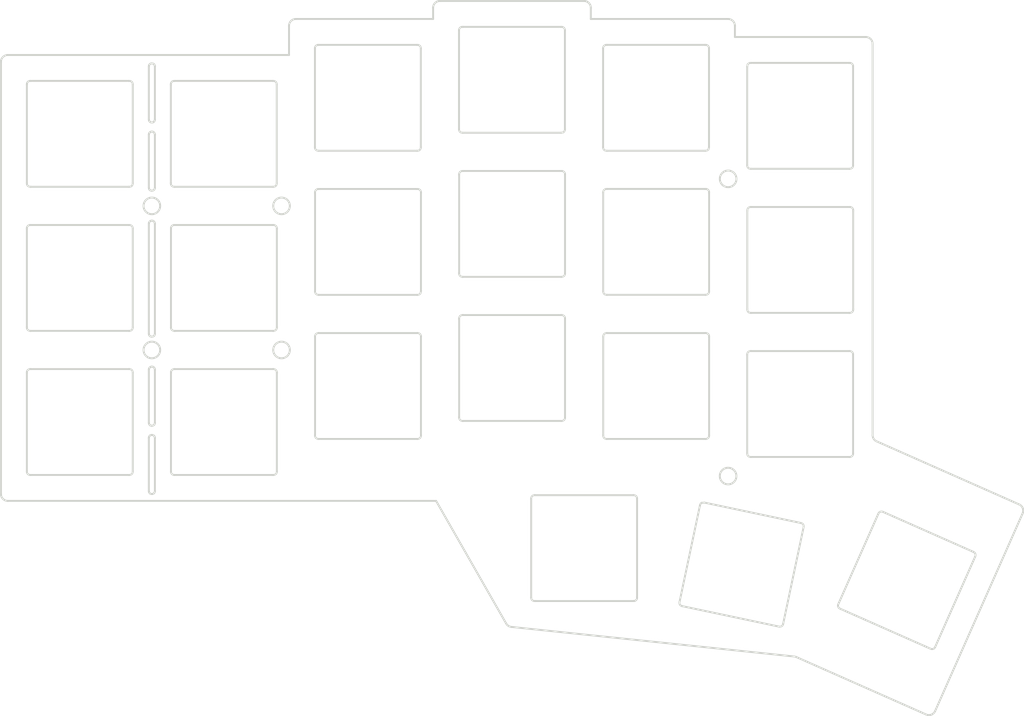
<source format=kicad_pcb>
(kicad_pcb
	(version 20240108)
	(generator "pcbnew")
	(generator_version "8.0")
	(general
		(thickness 1.6)
		(legacy_teardrops no)
	)
	(paper "A4")
	(layers
		(0 "F.Cu" signal)
		(31 "B.Cu" signal)
		(32 "B.Adhes" user "B.Adhesive")
		(33 "F.Adhes" user "F.Adhesive")
		(34 "B.Paste" user)
		(35 "F.Paste" user)
		(36 "B.SilkS" user "B.Silkscreen")
		(37 "F.SilkS" user "F.Silkscreen")
		(38 "B.Mask" user)
		(39 "F.Mask" user)
		(40 "Dwgs.User" user "User.Drawings")
		(41 "Cmts.User" user "User.Comments")
		(42 "Eco1.User" user "User.Eco1")
		(43 "Eco2.User" user "User.Eco2")
		(44 "Edge.Cuts" user)
		(45 "Margin" user)
		(46 "B.CrtYd" user "B.Courtyard")
		(47 "F.CrtYd" user "F.Courtyard")
		(48 "B.Fab" user)
		(49 "F.Fab" user)
		(50 "User.1" user)
		(51 "User.2" user)
		(52 "User.3" user)
		(53 "User.4" user)
		(54 "User.5" user)
		(55 "User.6" user)
		(56 "User.7" user)
		(57 "User.8" user)
		(58 "User.9" user)
	)
	(setup
		(pad_to_mask_clearance 0)
		(allow_soldermask_bridges_in_footprints no)
		(pcbplotparams
			(layerselection 0x00010fc_ffffffff)
			(plot_on_all_layers_selection 0x0000000_00000000)
			(disableapertmacros no)
			(usegerberextensions no)
			(usegerberattributes yes)
			(usegerberadvancedattributes yes)
			(creategerberjobfile yes)
			(dashed_line_dash_ratio 12.000000)
			(dashed_line_gap_ratio 3.000000)
			(svgprecision 4)
			(plotframeref no)
			(viasonmask no)
			(mode 1)
			(useauxorigin no)
			(hpglpennumber 1)
			(hpglpenspeed 20)
			(hpglpendiameter 15.000000)
			(pdf_front_fp_property_popups yes)
			(pdf_back_fp_property_popups yes)
			(dxfpolygonmode yes)
			(dxfimperialunits yes)
			(dxfusepcbnewfont yes)
			(psnegative no)
			(psa4output no)
			(plotreference yes)
			(plotvalue yes)
			(plotfptext yes)
			(plotinvisibletext no)
			(sketchpadsonfab no)
			(subtractmaskfromsilk no)
			(outputformat 1)
			(mirror no)
			(drillshape 0)
			(scaleselection 1)
			(outputdirectory "")
		)
	)
	(net 0 "")
	(gr_line
		(start 99.1 90.749793)
		(end 99.223607 90.730216)
		(stroke
			(width 0.254)
			(type solid)
		)
		(layer "Edge.Cuts")
		(uuid "0200d085-0f9b-46a4-9b8f-67ce08834c8e")
	)
	(gr_line
		(start 98.776393 94.864696)
		(end 98.719577 94.976203)
		(stroke
			(width 0.254)
			(type solid)
		)
		(layer "Edge.Cuts")
		(uuid "02c073c4-9db6-408a-adb2-004501d82cc3")
	)
	(gr_arc
		(start 134.1592 52.1623)
		(mid 134.529737 52.291763)
		(end 134.6592 52.6623)
		(stroke
			(width 0.254)
			(type solid)
		)
		(layer "Edge.Cuts")
		(uuid "032b6978-19e3-470a-8b66-846f874b0118")
	)
	(gr_line
		(start 99.223607 71.4302)
		(end 99.335114 71.373384)
		(stroke
			(width 0.254)
			(type solid)
		)
		(layer "Edge.Cuts")
		(uuid "034c7478-c6e2-4769-b90a-51f74c88716c")
	)
	(gr_line
		(start 162.75 125.6937)
		(end 162.9453 125.6719)
		(stroke
			(width 0.254)
			(type solid)
		)
		(layer "Edge.Cuts")
		(uuid "03565fe4-2573-43fd-be98-c42b902a38c2")
	)
	(gr_arc
		(start 101.6323 76.3426)
		(mid 101.805384 76.060514)
		(end 102.1251 75.975)
		(stroke
			(width 0.254)
			(type solid)
		)
		(layer "Edge.Cuts")
		(uuid "0356b948-fea1-4a9e-b9be-a43e3171ceec")
	)
	(gr_line
		(start 149.25 112.1937)
		(end 149.25 125.1937)
		(stroke
			(width 0.254)
			(type solid)
		)
		(layer "Edge.Cuts")
		(uuid "06089546-fbbb-4398-a1a2-b79d9044f936")
	)
	(gr_line
		(start 98.864886 90.6734)
		(end 98.976393 90.730216)
		(stroke
			(width 0.254)
			(type solid)
		)
		(layer "Edge.Cuts")
		(uuid "06a8c696-c421-480e-85de-1f7bc6afbccf")
	)
	(gr_arc
		(start 172.71 65.9224)
		(mid 172.521499 66.111373)
		(end 172.2592 66.1608)
		(stroke
			(width 0.254)
			(type solid)
		)
		(layer "Edge.Cuts")
		(uuid "07544e11-12c1-444c-9ee8-3b1a395a0fac")
	)
	(gr_line
		(start 99.5 75.799793)
		(end 99.480423 75.676186)
		(stroke
			(width 0.254)
			(type solid)
		)
		(layer "Edge.Cuts")
		(uuid "085d32a8-469d-4891-9007-d3d22d97777a")
	)
	(gr_line
		(start 118.1342 48.7373)
		(end 136.2842 48.7373)
		(stroke
			(width 0.254)
			(type solid)
		)
		(layer "Edge.Cuts")
		(uuid "08cd0ab8-f498-481b-be62-003841294106")
	)
	(gr_line
		(start 98.864886 102.448419)
		(end 98.976393 102.505235)
		(stroke
			(width 0.254)
			(type solid)
		)
		(layer "Edge.Cuts")
		(uuid "092f0077-0498-4ef9-a6ff-60df2ef48de0")
	)
	(gr_arc
		(start 136.2842 47.256)
		(mid 136.547804 46.619604)
		(end 137.1842 46.356)
		(stroke
			(width 0.254)
			(type solid)
		)
		(layer "Edge.Cuts")
		(uuid "095472e5-53d2-4407-b5f1-01cf8ac82fd2")
	)
	(gr_arc
		(start 83.075 109.025)
		(mid 82.704463 108.895537)
		(end 82.575 108.525)
		(stroke
			(width 0.254)
			(type solid)
		)
		(layer "Edge.Cuts")
		(uuid "096b2426-1752-4b09-8cd4-17d13ae33d92")
	)
	(gr_line
		(start 194.924703 104.579295)
		(end 213.764336 112.92021)
		(stroke
			(width 0.254)
			(type solid)
		)
		(layer "Edge.Cuts")
		(uuid "0a387e28-3142-471f-a779-bbe7a1e7474d")
	)
	(gr_arc
		(start 96.2075 75.9823)
		(mid 96.489544 76.155334)
		(end 96.575 76.475)
		(stroke
			(width 0.254)
			(type solid)
		)
		(layer "Edge.Cuts")
		(uuid "0c2a8b12-57e2-42a5-84cc-d58bd97a66ac")
	)
	(gr_arc
		(start 158.7822 90.6301)
		(mid 158.955284 90.348014)
		(end 159.275 90.2625)
		(stroke
			(width 0.254)
			(type solid)
		)
		(layer "Edge.Cuts")
		(uuid "0c53ceaa-c526-4fc7-8a2a-b3398655b5c4")
	)
	(gr_line
		(start 134.6259 84.9741)
		(end 134.675 84.7125)
		(stroke
			(width 0.254)
			(type solid)
		)
		(layer "Edge.Cuts")
		(uuid "0c64cf2e-cddb-4ed4-9955-c0cad2ee9840")
	)
	(gr_line
		(start 98.719577 102.248419)
		(end 98.776393 102.359926)
		(stroke
			(width 0.254)
			(type solid)
		)
		(layer "Edge.Cuts")
		(uuid "0e7f35ac-89e2-4d23-8bea-2f22058f3fdc")
	)
	(gr_line
		(start 115.625 89.475)
		(end 115.625 76.475)
		(stroke
			(width 0.254)
			(type solid)
		)
		(layer "Edge.Cuts")
		(uuid "0ecf1ec8-f72c-4c50-9124-ee7a8f030a0d")
	)
	(gr_arc
		(start 193.48905 51.1203)
		(mid 194.125446 51.383905)
		(end 194.38905 52.0203)
		(stroke
			(width 0.254)
			(type solid)
		)
		(layer "Edge.Cuts")
		(uuid "0f2f4a2c-250f-43d5-8b69-e9fd4d1d8857")
	)
	(gr_circle
		(center 99.1 92.5)
		(end 100.2 92.5)
		(stroke
			(width 0.254)
			(type solid)
		)
		(fill none)
		(layer "Edge.Cuts")
		(uuid "111aac40-3587-44a4-9e60-fa19939f0eb7")
	)
	(gr_line
		(start 191.8092 106.1437)
		(end 191.8092 93.1437)
		(stroke
			(width 0.254)
			(type solid)
		)
		(layer "Edge.Cuts")
		(uuid "12c2ef44-bfbb-4e64-8554-96f98788e56a")
	)
	(gr_arc
		(start 121.175 104.2625)
		(mid 120.804463 104.133037)
		(end 120.675 103.7625)
		(stroke
			(width 0.254)
			(type solid)
		)
		(layer "Edge.Cuts")
		(uuid "12d6bdda-ebb7-423b-b57c-552f0516092f")
	)
	(gr_arc
		(start 120.6592 52.6623)
		(mid 120.788623 52.291723)
		(end 121.1592 52.1623)
		(stroke
			(width 0.254)
			(type solid)
		)
		(layer "Edge.Cuts")
		(uuid "12fa8de9-1b35-4664-b083-65ad55ec9093")
	)
	(gr_arc
		(start 159.2723 85.2071)
		(mid 158.901778 85.077622)
		(end 158.7723 84.7071)
		(stroke
			(width 0.254)
			(type solid)
		)
		(layer "Edge.Cuts")
		(uuid "136763da-7f30-42a4-9e89-497a59defcf5")
	)
	(gr_line
		(start 99.480423 102.248419)
		(end 99.5 102.124812)
		(stroke
			(width 0.254)
			(type solid)
		)
		(layer "Edge.Cuts")
		(uuid "163f66c0-384f-4a3a-b703-95dbc4e15984")
	)
	(gr_line
		(start 99.480424 111.273422)
		(end 99.500001 111.149815)
		(stroke
			(width 0.254)
			(type solid)
		)
		(layer "Edge.Cuts")
		(uuid "16a6bc64-f67f-46f0-bacc-3dd410533d15")
	)
	(gr_line
		(start 99.223607 90.730216)
		(end 99.335114 90.6734)
		(stroke
			(width 0.254)
			(type solid)
		)
		(layer "Edge.Cuts")
		(uuid "16f10f91-13b1-490c-adc5-120192f57501")
	)
	(gr_line
		(start 172.1534 112.677)
		(end 171.7992 112.7064)
		(stroke
			(width 0.254)
			(type solid)
		)
		(layer "Edge.Cuts")
		(uuid "17a756a3-f7e8-4bc7-82a4-b1f2a25dd2da")
	)
	(gr_arc
		(start 169.2569 126.3741)
		(mid 168.921149 126.170809)
		(end 168.8712 125.7815)
		(stroke
			(width 0.254)
			(type solid)
		)
		(layer "Edge.Cuts")
		(uuid "17a9fc9e-72a6-4b24-960c-70a55126e327")
	)
	(gr_line
		(start 134.675 84.7125)
		(end 134.675 71.7125)
		(stroke
			(width 0.254)
			(type solid)
		)
		(layer "Edge.Cuts")
		(uuid "19c549c2-43b3-41c9-b2a6-c18a6bc9039d")
	)
	(gr_line
		(start 121.1592 66.1623)
		(end 134.1592 66.1623)
		(stroke
			(width 0.254)
			(type solid)
		)
		(layer "Edge.Cuts")
		(uuid "1aca1ea0-3ed1-45aa-ad1f-b08ff8f32d4b")
	)
	(gr_line
		(start 98.864886 63.701168)
		(end 98.776393 63.789661)
		(stroke
			(width 0.254)
			(type solid)
		)
		(layer "Edge.Cuts")
		(uuid "1ae10f5d-918f-4081-bda6-8344ea3e008e")
	)
	(gr_line
		(start 99.480423 90.4734)
		(end 99.5 90.349793)
		(stroke
			(width 0.254)
			(type solid)
		)
		(layer "Edge.Cuts")
		(uuid "1c1a642b-35f0-4bd1-847a-b1ab8fe54ca6")
	)
	(gr_line
		(start 98.976394 54.619349)
		(end 98.864887 54.676165)
		(stroke
			(width 0.254)
			(type solid)
		)
		(layer "Edge.Cuts")
		(uuid "1c84dbf3-21d9-4407-a11c-d65ec15faa02")
	)
	(gr_line
		(start 191.3092 54.5453)
		(end 178.3092 54.5453)
		(stroke
			(width 0.254)
			(type solid)
		)
		(layer "Edge.Cuts")
		(uuid "1cbaf376-0bee-48bc-b0fe-56e3bae7fd48")
	)
	(gr_arc
		(start 184.8721 115.3666)
		(mid 185.207841 115.569907)
		(end 185.2579 115.9592)
		(stroke
			(width 0.254)
			(type solid)
		)
		(layer "Edge.Cuts")
		(uuid "1d9e327b-8cc2-4c22-8c12-f808ab66c173")
	)
	(gr_arc
		(start 134.175 71.2125)
		(mid 134.545548 71.341952)
		(end 134.675 71.7125)
		(stroke
			(width 0.254)
			(type solid)
		)
		(layer "Edge.Cuts")
		(uuid "1ed6759f-38dd-432b-804d-9ef02ffa653d")
	)
	(gr_line
		(start 98.776394 54.764658)
		(end 98.719578 54.876165)
		(stroke
			(width 0.254)
			(type solid)
		)
		(layer "Edge.Cuts")
		(uuid "2020f5d9-098f-4bb0-878a-9e6dae520d09")
	)
	(gr_line
		(start 98.776393 103.889698)
		(end 98.719577 104.001205)
		(stroke
			(width 0.254)
			(type solid)
		)
		(layer "Edge.Cuts")
		(uuid "21f9f99b-ce20-4887-9f61-e1c1f2c5fd3b")
	)
	(gr_arc
		(start 139.725 69.3313)
		(mid 139.854479 68.960779)
		(end 140.225 68.8313)
		(stroke
			(width 0.254)
			(type solid)
		)
		(layer "Edge.Cuts")
		(uuid "2255daed-4ac3-4bc0-9c65-1a481f3ab868")
	)
	(gr_arc
		(start 134.675 103.7625)
		(mid 134.545577 104.133077)
		(end 134.175 104.2625)
		(stroke
			(width 0.254)
			(type solid)
		)
		(layer "Edge.Cuts")
		(uuid "229fd101-7459-47ca-a793-90edff89634d")
	)
	(gr_line
		(start 99.5 104.124812)
		(end 99.480423 104.001205)
		(stroke
			(width 0.254)
			(type solid)
		)
		(layer "Edge.Cuts")
		(uuid "22f185b5-e934-4aaa-aea1-aadaf36ec0f2")
	)
	(gr_arc
		(start 96.075 95.025)
		(mid 96.445548 95.154452)
		(end 96.575 95.525)
		(stroke
			(width 0.254)
			(type solid)
		)
		(layer "Edge.Cuts")
		(uuid "23b6b028-238a-4066-812b-bbdb41025d28")
	)
	(gr_arc
		(start 153.725 101.3813)
		(mid 153.595555 101.751855)
		(end 153.225 101.8813)
		(stroke
			(width 0.254)
			(type solid)
		)
		(layer "Edge.Cuts")
		(uuid "24ac4139-d76c-4daa-9113-9093eda8eed7")
	)
	(gr_arc
		(start 162.75 111.6937)
		(mid 163.120554 111.823146)
		(end 163.25 112.1937)
		(stroke
			(width 0.254)
			(type solid)
		)
		(layer "Edge.Cuts")
		(uuid "25187cf6-ba7d-40ec-aee8-0120676b381d")
	)
	(gr_line
		(start 115.6092 70.4246)
		(end 115.6092 57.4246)
		(stroke
			(width 0.254)
			(type solid)
		)
		(layer "Edge.Cuts")
		(uuid "28766643-fcdf-475d-9f1f-d31d5f814f0f")
	)
	(gr_arc
		(start 202.6758 131.7289)
		(mid 202.407421 132.015279)
		(end 202.0162 131.9837)
		(stroke
			(width 0.254)
			(type solid)
		)
		(layer "Edge.Cuts")
		(uuid "294028d3-a1b2-4e49-bd70-0c4c2e102bdc")
	)
	(gr_line
		(start 121.175 104.2625)
		(end 134.175 104.2625)
		(stroke
			(width 0.254)
			(type solid)
		)
		(layer "Edge.Cuts")
		(uuid "29e3b0dd-8c00-4d5a-b017-8fabcff0ea5f")
	)
	(gr_line
		(start 99.223607 103.744389)
		(end 99.1 103.724812)
		(stroke
			(width 0.254)
			(type solid)
		)
		(layer "Edge.Cuts")
		(uuid "2a0b3ff0-c1ed-4882-a7c3-7e48b4d443f6")
	)
	(gr_arc
		(start 172.2592 52.1608)
		(mid 172.629703 52.290297)
		(end 172.7592 52.6608)
		(stroke
			(width 0.254)
			(type solid)
		)
		(layer "Edge.Cuts")
		(uuid "2c08b2b2-a7bc-4709-8078-e2c923590662")
	)
	(gr_line
		(start 99.5 102.124812)
		(end 99.5 95.09981)
		(stroke
			(width 0.254)
			(type solid)
		)
		(layer "Edge.Cuts")
		(uuid "2c7f02dc-548c-4280-a65a-5f7ae737e351")
	)
	(gr_line
		(start 98.864887 111.473422)
		(end 98.976394 111.530238)
		(stroke
			(width 0.254)
			(type solid)
		)
		(layer "Edge.Cuts")
		(uuid "2e635ec7-f0a5-489a-8d9c-1fdd9b45160b")
	)
	(gr_line
		(start 98.7 62.024775)
		(end 98.719577 62.148382)
		(stroke
			(width 0.254)
			(type solid)
		)
		(layer "Edge.Cuts")
		(uuid "2eaab951-a2ad-47aa-a2b3-c094690e191a")
	)
	(gr_arc
		(start 159.275 104.2625)
		(mid 158.904423 104.133077)
		(end 158.775 103.7625)
		(stroke
			(width 0.254)
			(type solid)
		)
		(layer "Edge.Cuts")
		(uuid "2f1e2e9b-a57b-4318-be22-a13500fd3ac1")
	)
	(gr_line
		(start 102.1092 56.9246)
		(end 101.9139 56.9464)
		(stroke
			(width 0.254)
			(type solid)
		)
		(layer "Edge.Cuts")
		(uuid "2f84cd90-a656-469e-a245-8ecb93711470")
	)
	(gr_line
		(start 99.480423 94.976203)
		(end 99.423607 94.864696)
		(stroke
			(width 0.254)
			(type solid)
		)
		(layer "Edge.Cuts")
		(uuid "2fab447e-8621-4721-bb29-79e07a25312b")
	)
	(gr_line
		(start 134.175 90.2625)
		(end 121.175 90.2625)
		(stroke
			(width 0.254)
			(type solid)
		)
		(layer "Edge.Cuts")
		(uuid "30a477d7-f293-472c-8549-fd0cce0b9acd")
	)
	(gr_line
		(start 117.2342 53.4997)
		(end 117.2342 49.6373)
		(stroke
			(width 0.254)
			(type solid)
		)
		(layer "Edge.Cuts")
		(uuid "336d7e6a-2c4f-4902-a80e-08051134b8e2")
	)
	(gr_line
		(start 99.5 71.049777)
		(end 99.5 64.024775)
		(stroke
			(width 0.254)
			(type solid)
		)
		(layer "Edge.Cuts")
		(uuid "33dc5c13-f88f-444c-abd4-dfe5b25b6f5f")
	)
	(gr_arc
		(start 134.6592 65.6623)
		(mid 134.529722 66.032822)
		(end 134.1592 66.1623)
		(stroke
			(width 0.254)
			(type solid)
		)
		(layer "Edge.Cuts")
		(uuid "35006d68-ce9a-4f98-9399-0b0e8161b1e7")
	)
	(gr_line
		(start 102.1092 70.9246)
		(end 115.1092 70.9246)
		(stroke
			(width 0.254)
			(type solid)
		)
		(layer "Edge.Cuts")
		(uuid "359ff3d7-a92b-4deb-992e-b64e2702e2b2")
	)
	(gr_line
		(start 99.423607 62.259889)
		(end 99.480423 62.148382)
		(stroke
			(width 0.254)
			(type solid)
		)
		(layer "Edge.Cuts")
		(uuid "36944f5b-a494-473d-85e3-d99976ffe876")
	)
	(gr_line
		(start 115.125 75.975)
		(end 102.1251 75.975)
		(stroke
			(width 0.254)
			(type solid)
		)
		(layer "Edge.Cuts")
		(uuid "370bae1e-95af-49ba-b380-d878b38b9066")
	)
	(gr_line
		(start 171.5608 113.0628)
		(end 168.8712 125.7815)
		(stroke
			(width 0.254)
			(type solid)
		)
		(layer "Edge.Cuts")
		(uuid "375631bb-5553-4caa-bf17-e445c1e02e0e")
	)
	(gr_line
		(start 99.423607 90.584907)
		(end 99.480423 90.4734)
		(stroke
			(width 0.254)
			(type solid)
		)
		(layer "Edge.Cuts")
		(uuid "37c63536-69de-4d00-b91e-4965056ee5ce")
	)
	(gr_line
		(start 99.5 64.024775)
		(end 99.480423 63.901168)
		(stroke
			(width 0.254)
			(type solid)
		)
		(layer "Edge.Cuts")
		(uuid "3a583cb5-2ba6-4fe2-aa5f-66730926ce66")
	)
	(gr_line
		(start 191.824 87.0943)
		(end 191.824 74.0943)
		(stroke
			(width 0.254)
			(type solid)
		)
		(layer "Edge.Cuts")
		(uuid "3a7ea994-c455-45a6-8a57-94995ed35deb")
	)
	(gr_line
		(start 177.824 74.0943)
		(end 177.824 87.0943)
		(stroke
			(width 0.254)
			(type solid)
		)
		(layer "Edge.Cuts")
		(uuid "3ba38286-fa0c-4a5f-a13e-f1bac9c32b13")
	)
	(gr_arc
		(start 191.3092 92.6437)
		(mid 191.679739 92.773161)
		(end 191.8092 93.1437)
		(stroke
			(width 0.254)
			(type solid)
		)
		(layer "Edge.Cuts")
		(uuid "3bbb79b6-fbdd-4f09-bcda-67b52fa4b262")
	)
	(gr_line
		(start 98.776393 102.359926)
		(end 98.864886 102.448419)
		(stroke
			(width 0.254)
			(type solid)
		)
		(layer "Edge.Cuts")
		(uuid "3bf51a79-c0b0-4ff1-a719-10ecded6e613")
	)
	(gr_line
		(start 99.423607 94.864696)
		(end 99.335114 94.776203)
		(stroke
			(width 0.254)
			(type solid)
		)
		(layer "Edge.Cuts")
		(uuid "3ddef2ba-303c-499c-82a5-bec3ef2ef08f")
	)
	(gr_line
		(start 99.223607 102.505235)
		(end 99.335114 102.448419)
		(stroke
			(width 0.254)
			(type solid)
		)
		(layer "Edge.Cuts")
		(uuid "3e06e99f-447a-46ed-94d5-af71a6277690")
	)
	(gr_line
		(start 214.222941 114.10751)
		(end 202.654907 140.236264)
		(stroke
			(width 0.254)
			(type solid)
		)
		(layer "Edge.Cuts")
		(uuid "3e6094b2-9e99-4089-9f74-4c3bf9e43b46")
	)
	(gr_arc
		(start 140.0926 82.824)
		(mid 139.810493 82.650997)
		(end 139.725 82.3313)
		(stroke
			(width 0.254)
			(type solid)
		)
		(layer "Edge.Cuts")
		(uuid "3ea784c0-94e8-40cd-9551-04ef1c798fbf")
	)
	(gr_line
		(start 99.335114 94.776203)
		(end 99.223607 94.719387)
		(stroke
			(width 0.254)
			(type solid)
		)
		(layer "Edge.Cuts")
		(uuid "3f52e60e-185e-4ff9-96b7-857f8c95ec47")
	)
	(gr_line
		(start 82.5823 57.2924)
		(end 82.575 57.4249)
		(stroke
			(width 0.254)
			(type solid)
		)
		(layer "Edge.Cuts")
		(uuid "3f6ccb05-ec73-436f-a479-1819f5f7820e")
	)
	(gr_line
		(start 177.8092 106.1437)
		(end 177.831 106.339)
		(stroke
			(width 0.254)
			(type solid)
		)
		(layer "Edge.Cuts")
		(uuid "3ffbe5c8-935c-4e03-9db5-11e1baea84bf")
	)
	(gr_line
		(start 136.2842 48.7373)
		(end 136.2842 47.256)
		(stroke
			(width 0.254)
			(type solid)
		)
		(layer "Edge.Cuts")
		(uuid "4318b37c-45d0-4549-8aa9-0d874fc38105")
	)
	(gr_line
		(start 195.1371 114.1742)
		(end 189.8743 126.0613)
		(stroke
			(width 0.254)
			(type solid)
		)
		(layer "Edge.Cuts")
		(uuid "4328eb00-ca8e-482d-877a-685556878146")
	)
	(gr_arc
		(start 195.1371 114.1742)
		(mid 195.405446 113.887758)
		(end 195.7967 113.9194)
		(stroke
			(width 0.254)
			(type solid)
		)
		(layer "Edge.Cuts")
		(uuid "4351c69f-ecd0-46cd-bd4a-f9386de92084")
	)
	(gr_line
		(start 98.976393 62.405198)
		(end 99.1 62.424775)
		(stroke
			(width 0.254)
			(type solid)
		)
		(layer "Edge.Cuts")
		(uuid "440a430e-efa3-4f3e-94b8-b4d1b6e76624")
	)
	(gr_line
		(start 98.864887 54.676165)
		(end 98.776394 54.764658)
		(stroke
			(width 0.254)
			(type solid)
		)
		(layer "Edge.Cuts")
		(uuid "45d4841c-1470-4b09-b6b5-8e67d8409680")
	)
	(gr_arc
		(start 207.6838 119.1822)
		(mid 207.970246 119.450581)
		(end 207.9385 119.8418)
		(stroke
			(width 0.254)
			(type solid)
		)
		(layer "Edge.Cuts")
		(uuid "45f450b1-d47c-4bb2-a888-26e56075bd86")
	)
	(gr_line
		(start 83.075 109.025)
		(end 96.075 109.025)
		(stroke
			(width 0.254)
			(type solid)
		)
		(layer "Edge.Cuts")
		(uuid "47c03da4-eff4-482e-b8f2-d2377d3592a1")
	)
	(gr_line
		(start 158.7592 52.6608)
		(end 158.7592 65.6608)
		(stroke
			(width 0.254)
			(type solid)
		)
		(layer "Edge.Cuts")
		(uuid "4826d57d-6d2d-46f7-ac9a-e91abdc93cbd")
	)
	(gr_line
		(start 115.125 95.025)
		(end 102.125 95.025)
		(stroke
			(width 0.254)
			(type solid)
		)
		(layer "Edge.Cuts")
		(uuid "48f27e5b-82e4-41f3-96dc-a5a9b59edfd6")
	)
	(gr_arc
		(start 139.725 88.3813)
		(mid 139.854479 88.010779)
		(end 140.225 87.8813)
		(stroke
			(width 0.254)
			(type solid)
		)
		(layer "Edge.Cuts")
		(uuid "4a24af12-872f-4dcf-ba2a-b2c18ab0cc13")
	)
	(gr_line
		(start 98.719577 90.4734)
		(end 98.776393 90.584907)
		(stroke
			(width 0.254)
			(type solid)
		)
		(layer "Edge.Cuts")
		(uuid "4b9cd587-3ac1-4cb7-8ade-627b5432bcb3")
	)
	(gr_arc
		(start 194.924703 104.579295)
		(mid 194.534778 104.247297)
		(end 194.38905 103.756342)
		(stroke
			(width 0.254)
			(type solid)
		)
		(layer "Edge.Cuts")
		(uuid "4e5d0d5d-885c-446c-b3c7-077c16bb1419")
	)
	(gr_arc
		(start 172.7723 84.7071)
		(mid 172.64281 85.07761)
		(end 172.2723 85.2071)
		(stroke
			(width 0.254)
			(type solid)
		)
		(layer "Edge.Cuts")
		(uuid "4ed33d1c-6be1-4f9f-a9e7-1267a6c44e60")
	)
	(gr_line
		(start 79.15 111.55)
		(end 79.15 54.399901)
		(stroke
			(width 0.254)
			(type solid)
		)
		(layer "Edge.Cuts")
		(uuid "4efe4d04-a351-4b41-a1f4-0c22b8b5d5ba")
	)
	(gr_line
		(start 99.1 102.524812)
		(end 99.223607 102.505235)
		(stroke
			(width 0.254)
			(type solid)
		)
		(layer "Edge.Cuts")
		(uuid "4fd96684-4531-4dea-b319-f87d441918e0")
	)
	(gr_line
		(start 99.1 94.69981)
		(end 98.976393 94.719387)
		(stroke
			(width 0.254)
			(type solid)
		)
		(layer "Edge.Cuts")
		(uuid "51396ed6-b92a-4da0-b17b-92a4aadfd10a")
	)
	(gr_line
		(start 99.480424 54.876165)
		(end 99.423608 54.764658)
		(stroke
			(width 0.254)
			(type solid)
		)
		(layer "Edge.Cuts")
		(uuid "5205d3ab-39c0-447e-93b8-f1cc3d4791d4")
	)
	(gr_arc
		(start 153.7092 63.281)
		(mid 153.641635 63.574173)
		(end 153.4044 63.7592)
		(stroke
			(width 0.254)
			(type solid)
		)
		(layer "Edge.Cuts")
		(uuid "529b0bf6-0fdf-4c6c-86b8-6f902b18bbbe")
	)
	(gr_line
		(start 99.1 75.399793)
		(end 98.976393 75.41937)
		(stroke
			(width 0.254)
			(type solid)
		)
		(layer "Edge.Cuts")
		(uuid "530a36cd-5b56-49f3-a38f-0a1268dc6e91")
	)
	(gr_line
		(start 140.2092 63.781)
		(end 153.2092 63.781)
		(stroke
			(width 0.254)
			(type solid)
		)
		(layer "Edge.Cuts")
		(uuid "5386e2f8-1d71-4210-93c3-379a426f17a3")
	)
	(gr_line
		(start 136.6778 112.45)
		(end 80.05 112.45)
		(stroke
			(width 0.254)
			(type solid)
		)
		(layer "Edge.Cuts")
		(uuid "53f8ef30-7e34-45b4-a0a0-89eaa2859c1b")
	)
	(gr_line
		(start 139.7092 50.281)
		(end 139.7092 63.281)
		(stroke
			(width 0.254)
			(type solid)
		)
		(layer "Edge.Cuts")
		(uuid "571073ab-acfe-44f9-9a64-3617182f293a")
	)
	(gr_arc
		(start 102.125 89.975)
		(mid 101.754463 89.845537)
		(end 101.625 89.475)
		(stroke
			(width 0.254)
			(type solid)
		)
		(layer "Edge.Cuts")
		(uuid "57ac51f0-74ab-41d8-8002-0fe98b0e0550")
	)
	(gr_line
		(start 101.6092 57.4246)
		(end 101.6092 70.4246)
		(stroke
			(width 0.254)
			(type solid)
		)
		(layer "Edge.Cuts")
		(uuid "58da4ce0-a01f-4442-b9f2-985a21958b07")
	)
	(gr_arc
		(start 172.775 103.7625)
		(mid 172.64555 104.13305)
		(end 172.275 104.2625)
		(stroke
			(width 0.254)
			(type solid)
		)
		(layer "Edge.Cuts")
		(uuid "59cb2be2-95b0-4554-88cc-582fb78b3d3e")
	)
	(gr_line
		(start 96.075 75.975)
		(end 83.075 75.975)
		(stroke
			(width 0.254)
			(type solid)
		)
		(layer "Edge.Cuts")
		(uuid "5a17cc93-8d9a-4020-ace3-0d875d70f2e7")
	)
	(gr_line
		(start 120.6592 52.6623)
		(end 120.6592 65.6623)
		(stroke
			(width 0.254)
			(type solid)
		)
		(layer "Edge.Cuts")
		(uuid "5a45f3f7-c594-4ef1-a1ab-81cf69f0b15f")
	)
	(gr_arc
		(start 96.575 70.4249)
		(mid 96.445537 70.795437)
		(end 96.075 70.9249)
		(stroke
			(width 0.254)
			(type solid)
		)
		(layer "Edge.Cuts")
		(uuid "5a7a5d7a-d805-4832-b615-53d58def5499")
	)
	(gr_line
		(start 158.7723 71.7071)
		(end 158.7723 84.7071)
		(stroke
			(width 0.254)
			(type solid)
		)
		(layer "Edge.Cuts")
		(uuid "5bbf3662-1f60-427b-9d52-63f2ea316a8b")
	)
	(gr_line
		(start 172.7592 65.6608)
		(end 172.7592 52.6608)
		(stroke
			(width 0.254)
			(type solid)
		)
		(layer "Edge.Cuts")
		(uuid "5bdeb0f3-d913-4b92-a2bc-4b8908460d15")
	)
	(gr_arc
		(start 120.675 71.7125)
		(mid 120.804518 71.342018)
		(end 121.175 71.2125)
		(stroke
			(width 0.254)
			(type solid)
		)
		(layer "Edge.Cuts")
		(uuid "5c190611-318c-4e62-b2f4-553395267c88")
	)
	(gr_line
		(start 121.0267 66.1551)
		(end 121.1592 66.1623)
		(stroke
			(width 0.254)
			(type solid)
		)
		(layer "Edge.Cuts")
		(uuid "5d6a671a-d70e-4f9a-9c47-80914454cb3a")
	)
	(gr_line
		(start 177.8583 54.7837)
		(end 177.8092 55.0453)
		(stroke
			(width 0.254)
			(type solid)
		)
		(layer "Edge.Cuts")
		(uuid "5d8334b8-98d6-410d-a2af-768e1ae71269")
	)
	(gr_line
		(start 98.864886 71.373384)
		(end 98.976393 71.4302)
		(stroke
			(width 0.254)
			(type solid)
		)
		(layer "Edge.Cuts")
		(uuid "5d86f059-37b6-4b34-8489-012177eb544b")
	)
	(gr_line
		(start 140.0926 82.824)
		(end 140.225 82.8313)
		(stroke
			(width 0.254)
			(type solid)
		)
		(layer "Edge.Cuts")
		(uuid "5f0ccd85-9be5-4886-80a3-9bc53692d1e9")
	)
	(gr_line
		(start 98.7 102.124812)
		(end 98.719577 102.248419)
		(stroke
			(width 0.254)
			(type solid)
		)
		(layer "Edge.Cuts")
		(uuid "5f3d83a2-6b31-4b38-a570-b90f0608908c")
	)
	(gr_line
		(start 98.864886 94.776203)
		(end 98.776393 94.864696)
		(stroke
			(width 0.254)
			(type solid)
		)
		(layer "Edge.Cuts")
		(uuid "60f7fe0d-e631-4296-8c7c-cff03739e08d")
	)
	(gr_line
		(start 98.776393 75.564679)
		(end 98.719577 75.676186)
		(stroke
			(width 0.254)
			(type solid)
		)
		(layer "Edge.Cuts")
		(uuid "638023ba-8931-40da-86c1-ef7b9f1e447b")
	)
	(gr_line
		(start 98.7 95.09981)
		(end 98.7 102.124812)
		(stroke
			(width 0.254)
			(type solid)
		)
		(layer "Edge.Cuts")
		(uuid "649e506c-5198-4891-8c05-edea0f34dc8e")
	)
	(gr_arc
		(start 139.7092 50.281)
		(mid 139.838646 49.910446)
		(end 140.2092 49.781)
		(stroke
			(width 0.254)
			(type solid)
		)
		(layer "Edge.Cuts")
		(uuid "656f67c0-0742-4c49-a44a-ecde0a953360")
	)
	(gr_line
		(start 98.976394 111.530238)
		(end 99.100001 111.549815)
		(stroke
			(width 0.254)
			(type solid)
		)
		(layer "Edge.Cuts")
		(uuid "668ec40f-eabf-4989-bfd6-1ceaeafb4124")
	)
	(gr_arc
		(start 202.654907 140.236264)
		(mid 202.156242 140.711453)
		(end 201.467607 140.694869)
		(stroke
			(width 0.254)
			(type solid)
		)
		(layer "Edge.Cuts")
		(uuid "67525814-af1f-4795-95cb-8b8aea33763e")
	)
	(gr_line
		(start 96.575 89.475)
		(end 96.575 76.475)
		(stroke
			(width 0.254)
			(type solid)
		)
		(layer "Edge.Cuts")
		(uuid "6852abd6-d72f-4345-b33a-4c22d565d212")
	)
	(gr_line
		(start 99.1 63.624775)
		(end 98.976393 63.644352)
		(stroke
			(width 0.254)
			(type solid)
		)
		(layer "Edge.Cuts")
		(uuid "6965293b-5ccb-4fef-baa5-44b7bdf627ae")
	)
	(gr_arc
		(start 178.324 87.5943)
		(mid 177.953423 87.464877)
		(end 177.824 87.0943)
		(stroke
			(width 0.254)
			(type solid)
		)
		(layer "Edge.Cuts")
		(uuid "69d13952-65b6-4918-978b-764e39fa1ff2")
	)
	(gr_line
		(start 98.864886 62.348382)
		(end 98.976393 62.405198)
		(stroke
			(width 0.254)
			(type solid)
		)
		(layer "Edge.Cuts")
		(uuid "6a53dc93-2b85-4c3b-841f-4d4a4a8e8044")
	)
	(gr_line
		(start 99.335114 71.373384)
		(end 99.423607 71.284891)
		(stroke
			(width 0.254)
			(type solid)
		)
		(layer "Edge.Cuts")
		(uuid "6a9e2baa-7942-47fd-9743-32870133eb3f")
	)
	(gr_line
		(start 98.719578 54.876165)
		(end 98.700001 54.999772)
		(stroke
			(width 0.254)
			(type solid)
		)
		(layer "Edge.Cuts")
		(uuid "6b2d1ed7-6a18-4679-b11c-d923c734a535")
	)
	(gr_circle
		(center 175.2842 109.1687)
		(end 176.3842 109.1687)
		(stroke
			(width 0.254)
			(type solid)
		)
		(fill none)
		(layer "Edge.Cuts")
		(uuid "6beadb92-80b5-4cbb-a481-2f2eadc1c27b")
	)
	(gr_line
		(start 101.6323 76.3426)
		(end 101.6251 76.475)
		(stroke
			(width 0.254)
			(type solid)
		)
		(layer "Edge.Cuts")
		(uuid "6c30d28a-4d6e-41a4-b2aa-d1f8d405077a")
	)
	(gr_line
		(start 99.480423 63.901168)
		(end 99.423607 63.789661)
		(stroke
			(width 0.254)
			(type solid)
		)
		(layer "Edge.Cuts")
		(uuid "6c4d555f-d1de-431e-9bcb-a60c4a4a1fea")
	)
	(gr_line
		(start 99.223607 62.405198)
		(end 99.335114 62.348382)
		(stroke
			(width 0.254)
			(type solid)
		)
		(layer "Edge.Cuts")
		(uuid "6d89d7d1-f2ef-4566-ba24-4be06c32ee2e")
	)
	(gr_arc
		(start 120.675 90.7625)
		(mid 120.804518 90.392018)
		(end 121.175 90.2625)
		(stroke
			(width 0.254)
			(type solid)
		)
		(layer "Edge.Cuts")
		(uuid "6dd6a77e-537e-48f0-b386-25d5a6e47ec5")
	)
	(gr_line
		(start 178.3092 68.5453)
		(end 191.3092 68.5453)
		(stroke
			(width 0.254)
			(type solid)
		)
		(layer "Edge.Cuts")
		(uuid "6ea99fd6-aeb4-4826-8de8-d0f434f6552d")
	)
	(gr_line
		(start 184.8721 115.3666)
		(end 172.1534 112.677)
		(stroke
			(width 0.254)
			(type solid)
		)
		(layer "Edge.Cuts")
		(uuid "6ee41c21-edaa-4bf6-88eb-f304b0026ea5")
	)
	(gr_arc
		(start 158.7723 71.7071)
		(mid 158.901718 71.336518)
		(end 159.2723 71.2071)
		(stroke
			(width 0.254)
			(type solid)
		)
		(layer "Edge.Cuts")
		(uuid "6f2e816f-4058-4bdc-ae9d-476c738f03c4")
	)
	(gr_line
		(start 99.1 62.424775)
		(end 99.223607 62.405198)
		(stroke
			(width 0.254)
			(type solid)
		)
		(layer "Edge.Cuts")
		(uuid "6f709604-087a-4367-b047-c95da724159b")
	)
	(gr_arc
		(start 213.764336 112.92021)
		(mid 214.23953 113.418878)
		(end 214.222941 114.10751)
		(stroke
			(width 0.254)
			(type solid)
		)
		(layer "Edge.Cuts")
		(uuid "701898da-9581-4ae8-ae73-4bacf6af2dd3")
	)
	(gr_arc
		(start 149.75 125.6937)
		(mid 149.379457 125.564243)
		(end 149.25 125.1937)
		(stroke
			(width 0.254)
			(type solid)
		)
		(layer "Edge.Cuts")
		(uuid "719379e7-8d5d-4031-aaa1-a5a4312d6c32")
	)
	(gr_line
		(start 98.976393 90.730216)
		(end 99.1 90.749793)
		(stroke
			(width 0.254)
			(type solid)
		)
		(layer "Edge.Cuts")
		(uuid "73bf43af-7cc7-41f7-b1af-74624f755b92")
	)
	(gr_arc
		(start 177.8092 93.1437)
		(mid 177.938623 92.773123)
		(end 178.3092 92.6437)
		(stroke
			(width 0.254)
			(type solid)
		)
		(layer "Edge.Cuts")
		(uuid "73e0de17-1042-4da4-a437-7360da57abb3")
	)
	(gr_arc
		(start 101.6323 95.3926)
		(mid 101.805343 95.110545)
		(end 102.125 95.025)
		(stroke
			(width 0.254)
			(type solid)
		)
		(layer "Edge.Cuts")
		(uuid "73fce7d9-2b71-4be8-8d33-4835cf63698e")
	)
	(gr_arc
		(start 156.2342 46.356)
		(mid 156.870596 46.619604)
		(end 157.1342 47.256)
		(stroke
			(width 0.254)
			(type solid)
		)
		(layer "Edge.Cuts")
		(uuid "743ba5a2-1d9a-42da-8114-aec1c8656582")
	)
	(gr_line
		(start 158.775 90.7625)
		(end 158.775 103.7625)
		(stroke
			(width 0.254)
			(type solid)
		)
		(layer "Edge.Cuts")
		(uuid "7658484e-3043-40d2-a854-6fec9648a957")
	)
	(gr_line
		(start 202.6758 131.7289)
		(end 207.9385 119.8418)
		(stroke
			(width 0.254)
			(type solid)
		)
		(layer "Edge.Cuts")
		(uuid "76b6f837-22c0-4bb7-8d16-bba26a90cc26")
	)
	(gr_arc
		(start 171.5608 113.0628)
		(mid 171.635863 112.855076)
		(end 171.7992 112.7064)
		(stroke
			(width 0.254)
			(type solid)
		)
		(layer "Edge.Cuts")
		(uuid "7973c96d-124a-4fe1-a1d1-3686bde54a09")
	)
	(gr_line
		(start 201.467607 140.694869)
		(end 184.307883 133.097715)
		(stroke
			(width 0.254)
			(type solid)
		)
		(layer "Edge.Cuts")
		(uuid "79938106-1611-479d-974a-7244bb7bf40c")
	)
	(gr_line
		(start 159.275 104.2625)
		(end 172.275 104.2625)
		(stroke
			(width 0.254)
			(type solid)
		)
		(layer "Edge.Cuts")
		(uuid "79af1a3c-d133-49ce-8710-4611cf97b91f")
	)
	(gr_line
		(start 139.725 69.3313)
		(end 139.725 82.3313)
		(stroke
			(width 0.254)
			(type solid)
		)
		(layer "Edge.Cuts")
		(uuid "7af20ad1-e86e-4a6f-905d-fc0146f789c1")
	)
	(gr_line
		(start 98.719578 111.273422)
		(end 98.776394 111.384929)
		(stroke
			(width 0.254)
			(type solid)
		)
		(layer "Edge.Cuts")
		(uuid "7ce8808c-305c-4798-95ee-bf6bf856e6aa")
	)
	(gr_line
		(start 99.223608 54.619349)
		(end 99.100001 54.599772)
		(stroke
			(width 0.254)
			(type solid)
		)
		(layer "Edge.Cuts")
		(uuid "7e8744ef-72f7-444b-ab7f-a9d48c88fbd2")
	)
	(gr_line
		(start 163.25 125.1937)
		(end 163.25 112.1937)
		(stroke
			(width 0.254)
			(type solid)
		)
		(layer "Edge.Cuts")
		(uuid "7ef9edb8-4b9c-46b0-b4d5-c8c4a813aa45")
	)
	(gr_line
		(start 99.335114 63.701168)
		(end 99.223607 63.644352)
		(stroke
			(width 0.254)
			(type solid)
		)
		(layer "Edge.Cuts")
		(uuid "809f6168-9e10-4341-ba29-e3444399882b")
	)
	(gr_line
		(start 99.423608 111.384929)
		(end 99.480424 111.273422)
		(stroke
			(width 0.254)
			(type solid)
		)
		(layer "Edge.Cuts")
		(uuid "8118e683-9bf1-4f36-8efd-1316758f6087")
	)
	(gr_arc
		(start 140.2092 63.781)
		(mid 139.838617 63.651583)
		(end 139.7092 63.281)
		(stroke
			(width 0.254)
			(type solid)
		)
		(layer "Edge.Cuts")
		(uuid "81abc478-0e59-4bb6-8396-6f08716722fe")
	)
	(gr_line
		(start 82.575 76.475)
		(end 82.575 89.475)
		(stroke
			(width 0.254)
			(type solid)
		)
		(layer "Edge.Cuts")
		(uuid "81fd4fac-c7e3-41bb-a8b0-dd02df7b15fe")
	)
	(gr_line
		(start 99.480423 75.676186)
		(end 99.423607 75.564679)
		(stroke
			(width 0.254)
			(type solid)
		)
		(layer "Edge.Cuts")
		(uuid "8280f651-b6ca-42d2-8c92-42526676cb8a")
	)
	(gr_line
		(start 99.480423 71.173384)
		(end 99.5 71.049777)
		(stroke
			(width 0.254)
			(type solid)
		)
		(layer "Edge.Cuts")
		(uuid "82f6aa76-2ce0-443c-882f-b1746b91b49d")
	)
	(gr_line
		(start 99.1 71.449777)
		(end 99.223607 71.4302)
		(stroke
			(width 0.254)
			(type solid)
		)
		(layer "Edge.Cuts")
		(uuid "838aee76-b9e6-4f47-bb26-e94992afdef0")
	)
	(gr_line
		(start 99.223607 75.41937)
		(end 99.1 75.399793)
		(stroke
			(width 0.254)
			(type solid)
		)
		(layer "Edge.Cuts")
		(uuid "842b344d-ea5e-401b-a318-44bef62af3ae")
	)
	(gr_arc
		(start 191.3092 54.5453)
		(mid 191.679732 54.674769)
		(end 191.8092 55.0453)
		(stroke
			(width 0.254)
			(type solid)
		)
		(layer "Edge.Cuts")
		(uuid "844e66db-100d-48e6-b693-6bcb0203e976")
	)
	(gr_line
		(start 101.625 95.525)
		(end 101.625 108.525)
		(stroke
			(width 0.254)
			(type solid)
		)
		(layer "Edge.Cuts")
		(uuid "84a4d5ad-8fcf-4b2a-aaca-62a2036e37d8")
	)
	(gr_arc
		(start 159.2592 66.1608)
		(mid 158.888617 66.031383)
		(end 158.7592 65.6608)
		(stroke
			(width 0.254)
			(type solid)
		)
		(layer "Edge.Cuts")
		(uuid "8505fe4d-3577-4555-997e-2b163f95a5e0")
	)
	(gr_line
		(start 172.71 65.9224)
		(end 172.7592 65.6608)
		(stroke
			(width 0.254)
			(type solid)
		)
		(layer "Edge.Cuts")
		(uuid "8516652e-db6a-439f-9948-cf52145add23")
	)
	(gr_line
		(start 101.6323 95.3926)
		(end 101.625 95.525)
		(stroke
			(width 0.254)
			(type solid)
		)
		(layer "Edge.Cuts")
		(uuid "85b78db8-fbe6-4d0b-8119-704e513af427")
	)
	(gr_line
		(start 83.075 89.975)
		(end 96.075 89.975)
		(stroke
			(width 0.254)
			(type solid)
		)
		(layer "Edge.Cuts")
		(uuid "85dbd768-9240-4d35-8fb1-8f3d6f27636f")
	)
	(gr_line
		(start 121.175 85.2125)
		(end 134.175 85.2125)
		(stroke
			(width 0.254)
			(type solid)
		)
		(layer "Edge.Cuts")
		(uuid "861c9012-a3a0-43fb-b62c-41441ffe3e87")
	)
	(gr_arc
		(start 82.575 76.475)
		(mid 82.704518 76.104518)
		(end 83.075 75.975)
		(stroke
			(width 0.254)
			(type solid)
		)
		(layer "Edge.Cuts")
		(uuid "863b57fb-6a71-4684-9860-d98cce69ddc7")
	)
	(gr_line
		(start 98.976393 103.744389)
		(end 98.864886 103.801205)
		(stroke
			(width 0.254)
			(type solid)
		)
		(layer "Edge.Cuts")
		(uuid "863e6781-69ea-43eb-8b97-22e1d05f43bd")
	)
	(gr_line
		(start 99.500001 111.149815)
		(end 99.5 104.124812)
		(stroke
			(width 0.254)
			(type solid)
		)
		(layer "Edge.Cuts")
		(uuid "86a16004-ce0b-4599-8cb1-67a5b4b15859")
	)
	(gr_arc
		(start 175.2842 48.7358)
		(mid 175.920596 48.999404)
		(end 176.1842 49.6358)
		(stroke
			(width 0.254)
			(type solid)
		)
		(layer "Edge.Cuts")
		(uuid "86b201d9-c225-439c-acbb-86818ae87498")
	)
	(gr_line
		(start 102.125 89.975)
		(end 115.125 89.975)
		(stroke
			(width 0.254)
			(type solid)
		)
		(layer "Edge.Cuts")
		(uuid "86d43259-4cff-4ba7-aa19-c07ed49765a6")
	)
	(gr_line
		(start 139.725 88.3813)
		(end 139.725 101.3813)
		(stroke
			(width 0.254)
			(type solid)
		)
		(layer "Edge.Cuts")
		(uuid "875dba1c-378f-4f17-b406-2417d2a97259")
	)
	(gr_arc
		(start 102.125 109.025)
		(mid 101.754463 108.895537)
		(end 101.625 108.525)
		(stroke
			(width 0.254)
			(type solid)
		)
		(layer "Edge.Cuts")
		(uuid "88360337-3a9b-4c8f-8e56-ea2a93c5f876")
	)
	(gr_line
		(start 140.225 101.8813)
		(end 153.225 101.8813)
		(stroke
			(width 0.254)
			(type solid)
		)
		(layer "Edge.Cuts")
		(uuid "884fa2f3-8838-4202-b742-3cbe1b413e5d")
	)
	(gr_line
		(start 153.2092 49.781)
		(end 140.2092 49.781)
		(stroke
			(width 0.254)
			(type solid)
		)
		(layer "Edge.Cuts")
		(uuid "886ae12e-693d-48ba-a60f-9f46dfcc3c03")
	)
	(gr_line
		(start 162.75 111.6937)
		(end 149.75 111.6937)
		(stroke
			(width 0.254)
			(type solid)
		)
		(layer "Edge.Cuts")
		(uuid "88755062-ed3a-4167-bc55-72a256552b35")
	)
	(gr_arc
		(start 158.7592 52.6608)
		(mid 158.888663 52.290263)
		(end 159.2592 52.1608)
		(stroke
			(width 0.254)
			(type solid)
		)
		(layer "Edge.Cuts")
		(uuid "8949f64d-876c-48a5-8089-5cfb9f25931e")
	)
	(gr_line
		(start 98.976393 94.719387)
		(end 98.864886 94.776203)
		(stroke
			(width 0.254)
			(type solid)
		)
		(layer "Edge.Cuts")
		(uuid "8a6fa64e-db95-4981-afc9-fb44b1c1b178")
	)
	(gr_line
		(start 98.719577 62.148382)
		(end 98.776393 62.259889)
		(stroke
			(width 0.254)
			(type solid)
		)
		(layer "Edge.Cuts")
		(uuid "8bb961e5-aee8-4ec0-903d-7119180aab47")
	)
	(gr_line
		(start 96.575 108.525)
		(end 96.575 95.525)
		(stroke
			(width 0.254)
			(type solid)
		)
		(layer "Edge.Cuts")
		(uuid "8c30cfb4-7ab0-400d-b43f-e6fa02436200")
	)
	(gr_line
		(start 153.2092 63.781)
		(end 153.4044 63.7592)
		(stroke
			(width 0.254)
			(type solid)
		)
		(layer "Edge.Cuts")
		(uuid "8c38c98f-718f-4bbc-b099-fe103e1ab139")
	)
	(gr_arc
		(start 149.25 112.1937)
		(mid 149.379423 111.823123)
		(end 149.75 111.6937)
		(stroke
			(width 0.254)
			(type solid)
		)
		(layer "Edge.Cuts")
		(uuid "8c8bad3c-b924-402c-9a1f-5769bbea9934")
	)
	(gr_line
		(start 120.675 90.7625)
		(end 120.675 103.7625)
		(stroke
			(width 0.254)
			(type solid)
		)
		(layer "Edge.Cuts")
		(uuid "8d7c424e-3378-41bf-a97c-6fbc8ac487a3")
	)
	(gr_arc
		(start 146.631318 129.113758)
		(mid 146.233267 128.972477)
		(end 145.943506 128.665161)
		(stroke
			(width 0.254)
			(type solid)
		)
		(layer "Edge.Cuts")
		(uuid "8d7e8930-3c49-4521-a3a3-e057985840c8")
	)
	(gr_line
		(start 99.5 90.349793)
		(end 99.5 75.799793)
		(stroke
			(width 0.254)
			(type solid)
		)
		(layer "Edge.Cuts")
		(uuid "8e587a03-8922-4cda-864c-403986a6c2e0")
	)
	(gr_line
		(start 99.335115 111.473422)
		(end 99.423608 111.384929)
		(stroke
			(width 0.254)
			(type solid)
		)
		(layer "Edge.Cuts")
		(uuid "8fa6c21d-dd5b-4abb-98d7-ca792c128303")
	)
	(gr_arc
		(start 115.125 75.975)
		(mid 115.495543 76.104457)
		(end 115.625 76.475)
		(stroke
			(width 0.254)
			(type solid)
		)
		(layer "Edge.Cuts")
		(uuid "8fb22710-8d55-4b3e-b2b9-496cfee8c93a")
	)
	(gr_line
		(start 99.335115 54.676165)
		(end 99.223608 54.619349)
		(stroke
			(width 0.254)
			(type solid)
		)
		(layer "Edge.Cuts")
		(uuid "9005b4b4-b6fe-4362-99b6-75a9c63cd056")
	)
	(gr_line
		(start 115.625 108.525)
		(end 115.625 95.525)
		(stroke
			(width 0.254)
			(type solid)
		)
		(layer "Edge.Cuts")
		(uuid "90981778-b7ba-48a6-b69b-94a960e42fcd")
	)
	(gr_arc
		(start 153.225 68.8313)
		(mid 153.595583 68.960717)
		(end 153.725 69.3313)
		(stroke
			(width 0.254)
			(type solid)
		)
		(layer "Edge.Cuts")
		(uuid "9235289d-fe03-45c0-9e6b-44d97124d4e4")
	)
	(gr_line
		(start 149.75 125.6937)
		(end 162.75 125.6937)
		(stroke
			(width 0.254)
			(type solid)
		)
		(layer "Edge.Cuts")
		(uuid "92b25f37-38c9-45ae-af5e-f5808c3895c9")
	)
	(gr_circle
		(center 175.2907 69.8762)
		(end 176.3907 69.8762)
		(stroke
			(width 0.254)
			(type solid)
		)
		(fill none)
		(layer "Edge.Cuts")
		(uuid "936774bb-74d4-439c-b6dd-64bfd0d7369e")
	)
	(gr_line
		(start 99.423607 71.284891)
		(end 99.480423 71.173384)
		(stroke
			(width 0.254)
			(type solid)
		)
		(layer "Edge.Cuts")
		(uuid "93f6a609-ad9a-4d8c-8f60-5a86daa13780")
	)
	(gr_arc
		(start 178.3092 68.5453)
		(mid 177.938625 68.415875)
		(end 177.8092 68.0453)
		(stroke
			(width 0.254)
			(type solid)
		)
		(layer "Edge.Cuts")
		(uuid "94963bed-20b9-4067-844f-6a06fe76ce86")
	)
	(gr_arc
		(start 102.1092 70.9246)
		(mid 101.738617 70.795183)
		(end 101.6092 70.4246)
		(stroke
			(width 0.254)
			(type solid)
		)
		(layer "Edge.Cuts")
		(uuid "953866c6-3b4f-4957-9e0b-7007d2c05010")
	)
	(gr_arc
		(start 115.6092 70.4246)
		(mid 115.479722 70.795122)
		(end 115.1092 70.9246)
		(stroke
			(width 0.254)
			(type solid)
		)
		(layer "Edge.Cuts")
		(uuid "9585bce3-3af9-4314-927b-b0cd4fc49c89")
	)
	(gr_line
		(start 172.7723 84.7071)
		(end 172.7723 71.7071)
		(stroke
			(width 0.254)
			(type solid)
		)
		(layer "Edge.Cuts")
		(uuid "96ed31c0-6a70-4a5d-93ee-eac638cd4288")
	)
	(gr_line
		(start 145.943506 128.665161)
		(end 136.6778 112.45)
		(stroke
			(width 0.254)
			(type solid)
		)
		(layer "Edge.Cuts")
		(uuid "97c75d74-851d-44c4-922c-1c8ca6ad5299")
	)
	(gr_arc
		(start 182.5683 128.678)
		(mid 182.36499 129.013723)
		(end 181.9757 129.0637)
		(stroke
			(width 0.254)
			(type solid)
		)
		(layer "Edge.Cuts")
		(uuid "97c9f8dd-ee66-4ef0-8692-e73a8a9d412f")
	)
	(gr_arc
		(start 115.625 108.525)
		(mid 115.495577 108.895577)
		(end 115.125 109.025)
		(stroke
			(width 0.254)
			(type solid)
		)
		(layer "Edge.Cuts")
		(uuid "986bad20-3412-446b-9fbd-2751143b695d")
	)
	(gr_circle
		(center 99.1 73.45)
		(end 100.2 73.45)
		(stroke
			(width 0.254)
			(type solid)
		)
		(fill none)
		(layer "Edge.Cuts")
		(uuid "9a685636-8688-47c4-bfae-06e5a9aedbe4")
	)
	(gr_arc
		(start 96.575 89.475)
		(mid 96.445577 89.845577)
		(end 96.075 89.975)
		(stroke
			(width 0.254)
			(type solid)
		)
		(layer "Edge.Cuts")
		(uuid "9e11f9af-b526-4427-a4bf-31f9f5dfdcb8")
	)
	(gr_line
		(start 99.5 62.024775)
		(end 99.500001 54.999772)
		(stroke
			(width 0.254)
			(type solid)
		)
		(layer "Edge.Cuts")
		(uuid "9e335769-94fb-4790-8e9a-876c03394a5d")
	)
	(gr_line
		(start 98.7 64.024775)
		(end 98.7 71.049777)
		(stroke
			(width 0.254)
			(type solid)
		)
		(layer "Edge.Cuts")
		(uuid "9eae85cd-dab4-47ae-9278-cdadc233cfbd")
	)
	(gr_line
		(start 99.335114 103.801205)
		(end 99.223607 103.744389)
		(stroke
			(width 0.254)
			(type solid)
		)
		(layer "Edge.Cuts")
		(uuid "9ed139f4-bf2d-4ad7-9447-1f8b591aa8a9")
	)
	(gr_line
		(start 120.675 71.7125)
		(end 120.675 84.7125)
		(stroke
			(width 0.254)
			(type solid)
		)
		(layer "Edge.Cuts")
		(uuid "a001ad85-6883-4078-982f-0d44a08a2109")
	)
	(gr_arc
		(start 83.075 70.9249)
		(mid 82.704518 70.795382)
		(end 82.575 70.4249)
		(stroke
			(width 0.254)
			(type solid)
		)
		(layer "Edge.Cuts")
		(uuid "a10a974f-6e2f-42aa-b939-76b774f7baa4")
	)
	(gr_arc
		(start 172.2723 71.2071)
		(mid 172.642854 71.336546)
		(end 172.7723 71.7071)
		(stroke
			(width 0.254)
			(type solid)
		)
		(layer "Edge.Cuts")
		(uuid "a1655948-5cad-43e5-99c0-ae594fa4f90a")
	)
	(gr_arc
		(start 184.037145 133.025549)
		(mid 184.175338 133.051035)
		(end 184.307883 133.097715)
		(stroke
			(width 0.254)
			(type solid)
		)
		(layer "Edge.Cuts")
		(uuid "a1e6c222-2eb1-4dd9-a8f0-87c6bdef796e")
	)
	(gr_arc
		(start 82.57505 95.525)
		(mid 82.704541 95.154491)
		(end 83.07505 95.025)
		(stroke
			(width 0.254)
			(type solid)
		)
		(layer "Edge.Cuts")
		(uuid "a2ac0a44-84b2-4bda-8ffd-6f95e0233156")
	)
	(gr_arc
		(start 178.3092 106.6437)
		(mid 178.016062 106.576159)
		(end 177.831 106.339)
		(stroke
			(width 0.254)
			(type solid)
		)
		(layer "Edge.Cuts")
		(uuid "a3574a9a-33d2-4896-82c8-7b25323d1199")
	)
	(gr_line
		(start 99.500001 54.999772)
		(end 99.480424 54.876165)
		(stroke
			(width 0.254)
			(type solid)
		)
		(layer "Edge.Cuts")
		(uuid "a386417f-b797-425f-b6fa-fc2f56560438")
	)
	(gr_line
		(start 99.100001 111.549815)
		(end 99.223608 111.530238)
		(stroke
			(width 0.254)
			(type solid)
		)
		(layer "Edge.Cuts")
		(uuid "a3bb8f54-8a54-4211-923f-d5f2594f72e2")
	)
	(gr_arc
		(start 191.824 87.0943)
		(mid 191.694587 87.464905)
		(end 191.324 87.5943)
		(stroke
			(width 0.254)
			(type solid)
		)
		(layer "Edge.Cuts")
		(uuid "a8af186a-ecfa-4e6e-9615-06d102d01f1a")
	)
	(gr_line
		(start 172.2723 71.2071)
		(end 159.2723 71.2071)
		(stroke
			(width 0.254)
			(type solid)
		)
		(layer "Edge.Cuts")
		(uuid "a8c1befc-bf0b-4ecf-8341-91a7c087be66")
	)
	(gr_line
		(start 153.725 82.3313)
		(end 153.725 69.3313)
		(stroke
			(width 0.254)
			(type solid)
		)
		(layer "Edge.Cuts")
		(uuid "a930dc11-ae60-4463-8819-b6180a6e5056")
	)
	(gr_line
		(start 169.2569 126.3741)
		(end 181.9757 129.0637)
		(stroke
			(width 0.254)
			(type solid)
		)
		(layer "Edge.Cuts")
		(uuid "aa4e95b2-6b5e-422e-9950-fccc5eafac7d")
	)
	(gr_line
		(start 99.335114 90.6734)
		(end 99.423607 90.584907)
		(stroke
			(width 0.254)
			(type solid)
		)
		(layer "Edge.Cuts")
		(uuid "aace6710-1e2c-4ea0-89b4-cbb5caeb33d6")
	)
	(gr_line
		(start 191.3092 92.6437)
		(end 178.3092 92.6437)
		(stroke
			(width 0.254)
			(type solid)
		)
		(layer "Edge.Cuts")
		(uuid "ab144e4a-36ec-4421-a326-1dde6b828efb")
	)
	(gr_line
		(start 99.223607 94.719387)
		(end 99.1 94.69981)
		(stroke
			(width 0.254)
			(type solid)
		)
		(layer "Edge.Cuts")
		(uuid "abd0706b-0f53-4fa6-8b19-3e3cf2856743")
	)
	(gr_arc
		(start 177.824 74.0943)
		(mid 177.953423 73.723723)
		(end 178.324 73.5943)
		(stroke
			(width 0.254)
			(type solid)
		)
		(layer "Edge.Cuts")
		(uuid "ad017be4-6178-44c8-ab8b-aa78d4829fdc")
	)
	(gr_line
		(start 98.719577 94.976203)
		(end 98.7 95.09981)
		(stroke
			(width 0.254)
			(type solid)
		)
		(layer "Edge.Cuts")
		(uuid "ad9306c1-baf7-42fd-beb5-1c011e994dad")
	)
	(gr_line
		(start 157.1342 47.256)
		(end 157.1342 48.7358)
		(stroke
			(width 0.254)
			(type solid)
		)
		(layer "Edge.Cuts")
		(uuid "adbe4acf-8feb-4860-a8b4-8207f73e0af9")
	)
	(gr_line
		(start 98.776393 71.284891)
		(end 98.864886 71.373384)
		(stroke
			(width 0.254)
			(type solid)
		)
		(layer "Edge.Cuts")
		(uuid "ae1d57ca-dd85-49bf-8795-f73c19c5bf62")
	)
	(gr_line
		(start 98.7 75.799793)
		(end 98.7 90.349793)
		(stroke
			(width 0.254)
			(type solid)
		)
		(layer "Edge.Cuts")
		(uuid "ae9ad0dd-16a2-4024-a8e7-5f02b9b10a74")
	)
	(gr_arc
		(start 191.324 73.5943)
		(mid 191.694569 73.723731)
		(end 191.824 74.0943)
		(stroke
			(width 0.254)
			(type solid)
		)
		(layer "Edge.Cuts")
		(uuid "aff283a2-5b2b-42f7-9ec3-e1944b5aff81")
	)
	(gr_arc
		(start 190.1291 126.7209)
		(mid 189.842651 126.452542)
		(end 189.8743 126.0613)
		(stroke
			(width 0.254)
			(type solid)
		)
		(layer "Edge.Cuts")
		(uuid "b0641425-9ccd-414f-88e1-91e844a136c4")
	)
	(gr_line
		(start 190.1291 126.7209)
		(end 202.0162 131.9837)
		(stroke
			(width 0.254)
			(type solid)
		)
		(layer "Edge.Cuts")
		(uuid "b0f715a5-688d-42a1-92c4-d647019c08a9")
	)
	(gr_line
		(start 99.335114 75.476186)
		(end 99.223607 75.41937)
		(stroke
			(width 0.254)
			(type solid)
		)
		(layer "Edge.Cuts")
		(uuid "b154873f-c49d-4baf-bd34-c7061c634c01")
	)
	(gr_line
		(start 99.423607 103.889698)
		(end 99.335114 103.801205)
		(stroke
			(width 0.254)
			(type solid)
		)
		(layer "Edge.Cuts")
		(uuid "b15b1b7d-2419-4d68-afbb-2c4056b7a460")
	)
	(gr_line
		(start 172.2592 52.1608)
		(end 159.2592 52.1608)
		(stroke
			(width 0.254)
			(type solid)
		)
		(layer "Edge.Cuts")
		(uuid "b188037f-fdf2-4ced-bf50-9de4c09b04aa")
	)
	(gr_line
		(start 153.225 87.8813)
		(end 140.225 87.8813)
		(stroke
			(width 0.254)
			(type solid)
		)
		(layer "Edge.Cuts")
		(uuid "b27df395-a3f4-44e0-a022-8689786a17b9")
	)
	(gr_line
		(start 177.8092 93.1437)
		(end 177.8092 106.1437)
		(stroke
			(width 0.254)
			(type solid)
		)
		(layer "Edge.Cuts")
		(uuid "b36a2ee5-d7f7-489c-a1db-5af0eda03b85")
	)
	(gr_arc
		(start 134.175 90.2625)
		(mid 134.545548 90.391952)
		(end 134.675 90.7625)
		(stroke
			(width 0.254)
			(type solid)
		)
		(layer "Edge.Cuts")
		(uuid "b3a67430-2fdb-454c-83fe-f597fce5feba")
	)
	(gr_line
		(start 98.719577 104.001205)
		(end 98.7 104.124812)
		(stroke
			(width 0.254)
			(type solid)
		)
		(layer "Edge.Cuts")
		(uuid "b3aea7ba-9396-4796-9c12-e3441aaab995")
	)
	(gr_line
		(start 99.423608 54.764658)
		(end 99.335115 54.676165)
		(stroke
			(width 0.254)
			(type solid)
		)
		(layer "Edge.Cuts")
		(uuid "b424922d-9b22-45f6-b810-ff092b3e7a5a")
	)
	(gr_line
		(start 96.075 56.9249)
		(end 83.075 56.9249)
		(stroke
			(width 0.254)
			(type solid)
		)
		(layer "Edge.Cuts")
		(uuid "b661d96d-bbde-4f11-8926-73b80cffa504")
	)
	(gr_arc
		(start 96.075 56.9249)
		(mid 96.445577 57.054323)
		(end 96.575 57.4249)
		(stroke
			(width 0.254)
			(type solid)
		)
		(layer "Edge.Cuts")
		(uuid "b6999214-3e83-4179-8de5-79789e2b900d")
	)
	(gr_line
		(start 98.776394 111.384929)
		(end 98.864887 111.473422)
		(stroke
			(width 0.254)
			(type solid)
		)
		(layer "Edge.Cuts")
		(uuid "b6b4ec00-e30e-4d7f-ba1d-8ddc66b18d75")
	)
	(gr_line
		(start 96.075 95.025)
		(end 83.07505 95.025)
		(stroke
			(width 0.254)
			(type solid)
		)
		(layer "Edge.Cuts")
		(uuid "b72930a7-6a4f-494e-83c1-cc852c1cf508")
	)
	(gr_line
		(start 98.976393 102.505235)
		(end 99.1 102.524812)
		(stroke
			(width 0.254)
			(type solid)
		)
		(layer "Edge.Cuts")
		(uuid "b7f66320-3efd-4f1b-b8b2-e3bf23214d19")
	)
	(gr_arc
		(start 115.625 89.475)
		(mid 115.495577 89.845577)
		(end 115.125 89.975)
		(stroke
			(width 0.254)
			(type solid)
		)
		(layer "Edge.Cuts")
		(uuid "b95c9952-5abe-44ec-bdb0-b3d6135f3716")
	)
	(gr_line
		(start 153.725 101.3813)
		(end 153.725 88.3813)
		(stroke
			(width 0.254)
			(type solid)
		)
		(layer "Edge.Cuts")
		(uuid "b96de9a2-4282-44a5-9275-8b27ec0a6b86")
	)
	(gr_line
		(start 96.575 70.4249)
		(end 96.575 57.4249)
		(stroke
			(width 0.254)
			(type solid)
		)
		(layer "Edge.Cuts")
		(uuid "bab28a75-bb45-460d-96b1-c462bb5e0db0")
	)
	(gr_line
		(start 99.480423 104.001205)
		(end 99.423607 103.889698)
		(stroke
			(width 0.254)
			(type solid)
		)
		(layer "Edge.Cuts")
		(uuid "baba36f2-573c-4e35-8e1c-b0337a38b42b")
	)
	(gr_arc
		(start 117.2342 49.6373)
		(mid 117.497804 49.000904)
		(end 118.1342 48.7373)
		(stroke
			(width 0.254)
			(type solid)
		)
		(layer "Edge.Cuts")
		(uuid "bb29b30d-ca7a-4fa1-a5b1-87a00379b1e6")
	)
	(gr_line
		(start 99.335114 62.348382)
		(end 99.423607 62.259889)
		(stroke
			(width 0.254)
			(type solid)
		)
		(layer "Edge.Cuts")
		(uuid "bb2c09da-ac44-4631-b3a4-e019c0887437")
	)
	(gr_line
		(start 182.5683 128.678)
		(end 185.2579 115.9592)
		(stroke
			(width 0.254)
			(type solid)
		)
		(layer "Edge.Cuts")
		(uuid "bb6e4e62-ba2b-4cf4-90df-790f5cc8eff3")
	)
	(gr_line
		(start 98.719577 75.676186)
		(end 98.7 75.799793)
		(stroke
			(width 0.254)
			(type solid)
		)
		(layer "Edge.Cuts")
		(uuid "bb76b6ae-257d-4476-a869-27c6808ee725")
	)
	(gr_line
		(start 96.2075 75.9823)
		(end 96.075 75.975)
		(stroke
			(width 0.254)
			(type solid)
		)
		(layer "Edge.Cuts")
		(uuid "bb9ce915-bbb4-47bf-88fa-703e9f58a50d")
	)
	(gr_arc
		(start 191.8092 68.0453)
		(mid 191.679711 68.415791)
		(end 191.3092 68.5453)
		(stroke
			(width 0.254)
			(type solid)
		)
		(layer "Edge.Cuts")
		(uuid "be9c6821-31b6-4aa4-ad55-5d6125080e5a")
	)
	(gr_line
		(start 99.1 103.724812)
		(end 98.976393 103.744389)
		(stroke
			(width 0.254)
			(type solid)
		)
		(layer "Edge.Cuts")
		(uuid "bec0ba13-585d-48f8-b23b-a4293ef2cd33")
	)
	(gr_arc
		(start 115.1092 56.9246)
		(mid 115.479703 57.054097)
		(end 115.6092 57.4246)
		(stroke
			(width 0.254)
			(type solid)
		)
		(layer "Edge.Cuts")
		(uuid "becce9af-b6bb-4a83-8ed3-d9dd66e280b0")
	)
	(gr_line
		(start 137.1842 46.356)
		(end 156.2342 46.356)
		(stroke
			(width 0.254)
			(type solid)
		)
		(layer "Edge.Cuts")
		(uuid "c004135f-338f-4728-b9bb-c2b7f3358a1c")
	)
	(gr_line
		(start 134.1592 52.1623)
		(end 121.1592 52.1623)
		(stroke
			(width 0.254)
			(type solid)
		)
		(layer "Edge.Cuts")
		(uuid "c06faf96-e15e-4b75-84c3-8128be0fe395")
	)
	(gr_line
		(start 98.776393 63.789661)
		(end 98.719577 63.901168)
		(stroke
			(width 0.254)
			(type solid)
		)
		(layer "Edge.Cuts")
		(uuid "c07c6ab2-9ded-4e5f-9c3e-f0168fd45e9f")
	)
	(gr_line
		(start 178.3092 106.6437)
		(end 191.3092 106.6437)
		(stroke
			(width 0.254)
			(type solid)
		)
		(layer "Edge.Cuts")
		(uuid "c162c2de-627f-4e10-b873-d76f19b17395")
	)
	(gr_line
		(start 98.976393 75.41937)
		(end 98.864886 75.476186)
		(stroke
			(width 0.254)
			(type solid)
		)
		(layer "Edge.Cuts")
		(uuid "c170f004-74dc-495c-8597-0ac74792f097")
	)
	(gr_arc
		(start 80.05 112.45)
		(mid 79.413604 112.186396)
		(end 79.15 111.55)
		(stroke
			(width 0.254)
			(type solid)
		)
		(layer "Edge.Cuts")
		(uuid "c23dc20c-7a93-4e7a-9e3b-8bc13b605d54")
	)
	(gr_line
		(start 194.38905 52.0203)
		(end 194.38905 103.756342)
		(stroke
			(width 0.254)
			(type solid)
		)
		(layer "Edge.Cuts")
		(uuid "c28e543e-387f-4cdc-b347-2294b59d912d")
	)
	(gr_arc
		(start 153.725 82.3313)
		(mid 153.595555 82.701855)
		(end 153.225 82.8313)
		(stroke
			(width 0.254)
			(type solid)
		)
		(layer "Edge.Cuts")
		(uuid "c2e19f06-4eaa-4ef0-910e-30e089698159")
	)
	(gr_line
		(start 157.1342 48.7358)
		(end 175.2842 48.7358)
		(stroke
			(width 0.254)
			(type solid)
		)
		(layer "Edge.Cuts")
		(uuid "c40d9320-1a75-4220-8095-55a0fb12c79d")
	)
	(gr_line
		(start 172.275 90.2625)
		(end 159.275 90.2625)
		(stroke
			(width 0.254)
			(type solid)
		)
		(layer "Edge.Cuts")
		(uuid "c4b60894-5d54-4a13-8b99-773e5a6d8926")
	)
	(gr_arc
		(start 163.25 125.1937)
		(mid 163.182419 125.486813)
		(end 162.9453 125.6719)
		(stroke
			(width 0.254)
			(type solid)
		)
		(layer "Edge.Cuts")
		(uuid "c9446004-a7c8-4ce3-8a83-29830fb9cbbb")
	)
	(gr_arc
		(start 134.6259 84.9741)
		(mid 134.437353 85.163097)
		(end 134.175 85.2125)
		(stroke
			(width 0.254)
			(type solid)
		)
		(layer "Edge.Cuts")
		(uuid "c9ae9bed-1279-4679-af89-444fbd154a75")
	)
	(gr_arc
		(start 121.0267 66.1551)
		(mid 120.744625 65.982025)
		(end 120.6592 65.6623)
		(stroke
			(width 0.254)
			(type solid)
		)
		(layer "Edge.Cuts")
		(uuid "c9f9c781-fb5e-454f-a165-5b5b9e1f36a4")
	)
	(gr_line
		(start 99.5 95.09981)
		(end 99.480423 94.976203)
		(stroke
			(width 0.254)
			(type solid)
		)
		(layer "Edge.Cuts")
		(uuid "cb1af9cf-d356-4624-b431-570085577129")
	)
	(gr_line
		(start 98.719577 71.173384)
		(end 98.776393 71.284891)
		(stroke
			(width 0.254)
			(type solid)
		)
		(layer "Edge.Cuts")
		(uuid "cd08b797-ca85-4783-9176-d87480e78a93")
	)
	(gr_arc
		(start 191.8092 106.1437)
		(mid 191.679673 106.514153)
		(end 191.3092 106.6437)
		(stroke
			(width 0.254)
			(type solid)
		)
		(layer "Edge.Cuts")
		(uuid "cd08c120-acce-4b9c-aa46-8eb11564168c")
	)
	(gr_line
		(start 178.324 87.5943)
		(end 191.324 87.5943)
		(stroke
			(width 0.254)
			(type solid)
		)
		(layer "Edge.Cuts")
		(uuid "cddb0fcc-ca82-4bc4-97af-cdc23454fe98")
	)
	(gr_line
		(start 82.57505 95.525)
		(end 82.575 108.525)
		(stroke
			(width 0.254)
			(type solid)
		)
		(layer "Edge.Cuts")
		(uuid "cf9409cb-3f54-410e-b22f-bf1591e9cfc0")
	)
	(gr_line
		(start 158.7822 90.6301)
		(end 158.775 90.7625)
		(stroke
			(width 0.254)
			(type solid)
		)
		(layer "Edge.Cuts")
		(uuid "d1048994-15e4-4f60-919f-88e1602084a3")
	)
	(gr_line
		(start 98.700001 54.999772)
		(end 98.7 62.024775)
		(stroke
			(width 0.254)
			(type solid)
		)
		(layer "Edge.Cuts")
		(uuid "d1504013-342d-4cb4-9876-9e191df115a7")
	)
	(gr_line
		(start 99.423607 75.564679)
		(end 99.335114 75.476186)
		(stroke
			(width 0.254)
			(type solid)
		)
		(layer "Edge.Cuts")
		(uuid "d4d5388b-71f7-4d86-9d9c-0431ee5ff2a4")
	)
	(gr_arc
		(start 115.125 95.025)
		(mid 115.495548 95.154452)
		(end 115.625 95.525)
		(stroke
			(width 0.254)
			(type solid)
		)
		(layer "Edge.Cuts")
		(uuid "d5df56f6-377a-4fb8-9b81-b19890ca97f0")
	)
	(gr_arc
		(start 79.15 54.399901)
		(mid 79.413602 53.763507)
		(end 80.049995 53.499901)
		(stroke
			(width 0.254)
			(type solid)
		)
		(layer "Edge.Cuts")
		(uuid "d74af3ed-dc74-41de-b906-0aaa96499611")
	)
	(gr_line
		(start 101.6251 76.475)
		(end 101.625 89.475)
		(stroke
			(width 0.254)
			(type solid)
		)
		(layer "Edge.Cuts")
		(uuid "d901c126-4ec3-4386-a706-c2bf4f0ccf9e")
	)
	(gr_line
		(start 140.225 82.8313)
		(end 153.225 82.8313)
		(stroke
			(width 0.254)
			(type solid)
		)
		(layer "Edge.Cuts")
		(uuid "d9310ae8-ddef-48ce-83db-231a42d210b4")
	)
	(gr_line
		(start 99.335114 102.448419)
		(end 99.423607 102.359926)
		(stroke
			(width 0.254)
			(type solid)
		)
		(layer "Edge.Cuts")
		(uuid "d9c5ce24-9594-4dd7-8b48-b20dde1dae91")
	)
	(gr_line
		(start 207.6838 119.1822)
		(end 195.7967 113.9194)
		(stroke
			(width 0.254)
			(type solid)
		)
		(layer "Edge.Cuts")
		(uuid "db1979b2-aa4b-4b01-9b56-afa95fca4fdc")
	)
	(gr_arc
		(start 121.175 85.2125)
		(mid 120.804463 85.083037)
		(end 120.675 84.7125)
		(stroke
			(width 0.254)
			(type solid)
		)
		(layer "Edge.Cuts")
		(uuid "dc5ef265-5649-48d8-bb37-54e458eac2b5")
	)
	(gr_line
		(start 98.719577 63.901168)
		(end 98.7 64.024775)
		(stroke
			(width 0.254)
			(type solid)
		)
		(layer "Edge.Cuts")
		(uuid "dc7e0308-9059-4224-90f1-7ed6cdf5e55c")
	)
	(gr_line
		(start 99.480423 62.148382)
		(end 99.5 62.024775)
		(stroke
			(width 0.254)
			(type solid)
		)
		(layer "Edge.Cuts")
		(uuid "dd7a0e55-ee61-413f-ac8a-5c719bc0cabc")
	)
	(gr_arc
		(start 153.225 87.8813)
		(mid 153.595583 88.010717)
		(end 153.725 88.3813)
		(stroke
			(width 0.254)
			(type solid)
		)
		(layer "Edge.Cuts")
		(uuid "de2db622-afec-4e47-b27c-7471d29b6932")
	)
	(gr_line
		(start 98.864886 103.801205)
		(end 98.776393 103.889698)
		(stroke
			(width 0.254)
			(type solid)
		)
		(layer "Edge.Cuts")
		(uuid "de369a89-1009-45f0-97dd-365a344473a8")
	)
	(gr_line
		(start 115.1092 56.9246)
		(end 102.1092 56.9246)
		(stroke
			(width 0.254)
			(type solid)
		)
		(layer "Edge.Cuts")
		(uuid "decb70f2-3442-40b5-b3bd-dd824e6046cd")
	)
	(gr_line
		(start 159.2723 85.2071)
		(end 172.2723 85.2071)
		(stroke
			(width 0.254)
			(type solid)
		)
		(layer "Edge.Cuts")
		(uuid "df15360a-6b24-44df-82ec-50173da3add3")
	)
	(gr_line
		(start 159.2592 66.1608)
		(end 172.2592 66.1608)
		(stroke
			(width 0.254)
			(type solid)
		)
		(layer "Edge.Cuts")
		(uuid "e0aed7a2-8e1b-4f91-bc96-2ba4ac77d20b")
	)
	(gr_line
		(start 99.423607 63.789661)
		(end 99.335114 63.701168)
		(stroke
			(width 0.254)
			(type solid)
		)
		(layer "Edge.Cuts")
		(uuid "e0de68e4-1620-44b4-9ef9-d989da013078")
	)
	(gr_line
		(start 98.7 104.124812)
		(end 98.700001 111.149815)
		(stroke
			(width 0.254)
			(type solid)
		)
		(layer "Edge.Cuts")
		(uuid "e148bab5-fcca-47d2-a27c-f3a03a677794")
	)
	(gr_line
		(start 102.125 109.025)
		(end 115.125 109.025)
		(stroke
			(width 0.254)
			(type solid)
		)
		(layer "Edge.Cuts")
		(uuid "e1a69a89-b967-41cc-90f2-d33806a31503")
	)
	(gr_arc
		(start 101.6092 57.4246)
		(mid 101.676706 57.131439)
		(end 101.9139 56.9464)
		(stroke
			(width 0.254)
			(type solid)
		)
		(layer "Edge.Cuts")
		(uuid "e34c2673-43a4-4090-8e97-44ba12b18179")
	)
	(gr_line
		(start 98.776393 62.259889)
		(end 98.864886 62.348382)
		(stroke
			(width 0.254)
			(type solid)
		)
		(layer "Edge.Cuts")
		(uuid "e3eaebeb-a076-449e-839a-7311b9eb1949")
	)
	(gr_arc
		(start 82.5823 57.2924)
		(mid 82.755334 57.010357)
		(end 83.075 56.9249)
		(stroke
			(width 0.254)
			(type solid)
		)
		(layer "Edge.Cuts")
		(uuid "e45f862b-b645-457d-b49e-227188a85a86")
	)
	(gr_line
		(start 98.7 71.049777)
		(end 98.719577 71.173384)
		(stroke
			(width 0.254)
			(type solid)
		)
		(layer "Edge.Cuts")
		(uuid "e4e1b1ac-cc16-42c7-a517-ad0541f0e6e1")
	)
	(gr_arc
		(start 96.575 108.525)
		(mid 96.445577 108.895577)
		(end 96.075 109.025)
		(stroke
			(width 0.254)
			(type solid)
		)
		(layer "Edge.Cuts")
		(uuid "e5410ef3-4377-4b94-97f8-ac3faa5544af")
	)
	(gr_line
		(start 99.100001 54.599772)
		(end 98.976394 54.619349)
		(stroke
			(width 0.254)
			(type solid)
		)
		(layer "Edge.Cuts")
		(uuid "e5fd9291-e418-4b03-bb25-1f3b4a479f96")
	)
	(gr_line
		(start 99.223607 63.644352)
		(end 99.1 63.624775)
		(stroke
			(width 0.254)
			(type solid)
		)
		(layer "Edge.Cuts")
		(uuid "e6f93d14-9e9f-4dde-808b-b9733fe980ee")
	)
	(gr_line
		(start 134.675 103.7625)
		(end 134.675 90.7625)
		(stroke
			(width 0.254)
			(type solid)
		)
		(layer "Edge.Cuts")
		(uuid "e7b72ff8-e254-4308-8fb5-a61e1e719f6d")
	)
	(gr_line
		(start 99.423607 102.359926)
		(end 99.480423 102.248419)
		(stroke
			(width 0.254)
			(type solid)
		)
		(layer "Edge.Cuts")
		(uuid "e805e6b1-06af-42da-884e-35a7f6833af9")
	)
	(gr_line
		(start 177.8092 55.0453)
		(end 177.8092 68.0453)
		(stroke
			(width 0.254)
			(type solid)
		)
		(layer "Edge.Cuts")
		(uuid "e8cd51cb-eea6-483b-9afd-71062f7970f6")
	)
	(gr_line
		(start 134.175 71.2125)
		(end 121.175 71.2125)
		(stroke
			(width 0.254)
			(type solid)
		)
		(layer "Edge.Cuts")
		(uuid "e8eafcf3-9a71-4ff7-872f-5111e4db1e42")
	)
	(gr_line
		(start 153.7092 63.281)
		(end 153.7092 50.281)
		(stroke
			(width 0.254)
			(type solid)
		)
		(layer "Edge.Cuts")
		(uuid "eb620c62-6515-42f6-9b09-38272cfe2a28")
	)
	(gr_line
		(start 191.8092 68.0453)
		(end 191.8092 55.0453)
		(stroke
			(width 0.254)
			(type solid)
		)
		(layer "Edge.Cuts")
		(uuid "ebc60e75-5fc7-4f7c-88bd-ca5a683f6b50")
	)
	(gr_circle
		(center 116.245 92.5)
		(end 117.345 92.5)
		(stroke
			(width 0.254)
			(type solid)
		)
		(fill none)
		(layer "Edge.Cuts")
		(uuid "ebf936cf-b4b9-498d-af79-a8dc285431ac")
	)
	(gr_arc
		(start 177.8583 54.7837)
		(mid 178.046848 54.594704)
		(end 178.3092 54.5453)
		(stroke
			(width 0.254)
			(type solid)
		)
		(layer "Edge.Cuts")
		(uuid "eca5b7ed-387e-426d-85f4-81a2ad417443")
	)
	(gr_line
		(start 98.864886 75.476186)
		(end 98.776393 75.564679)
		(stroke
			(width 0.254)
			(type solid)
		)
		(layer "Edge.Cuts")
		(uuid "eefe5810-c63b-4f78-934e-e6a7f39ef7e0")
	)
	(gr_circle
		(center 116.245 73.45)
		(end 117.345 73.45)
		(stroke
			(width 0.254)
			(type solid)
		)
		(fill none)
		(layer "Edge.Cuts")
		(uuid "ef24aea2-f2b3-46a5-b001-f9b3729d8814")
	)
	(gr_line
		(start 134.6592 65.6623)
		(end 134.6592 52.6623)
		(stroke
			(width 0.254)
			(type solid)
		)
		(layer "Edge.Cuts")
		(uuid "efb354c8-62b5-48af-bd2f-169cb706479e")
	)
	(gr_line
		(start 80.049995 53.499901)
		(end 117.2342 53.4997)
		(stroke
			(width 0.254)
			(type solid)
		)
		(layer "Edge.Cuts")
		(uuid "f13b3a18-5725-4837-94e0-d47015c6e386")
	)
	(gr_line
		(start 176.1842 51.1203)
		(end 193.48905 51.1203)
		(stroke
			(width 0.254)
			(type solid)
		)
		(layer "Edge.Cuts")
		(uuid "f26662e3-a039-4bb6-a978-b09f62526bf3")
	)
	(gr_line
		(start 98.700001 111.149815)
		(end 98.719578 111.273422)
		(stroke
			(width 0.254)
			(type solid)
		)
		(layer "Edge.Cuts")
		(uuid "f28d7808-aa63-4ea7-9b69-ac310b46305c")
	)
	(gr_line
		(start 191.324 73.5943)
		(end 178.324 73.5943)
		(stroke
			(width 0.254)
			(type solid)
		)
		(layer "Edge.Cuts")
		(uuid "f55eff99-0906-4c7f-b43b-e38ebe976316")
	)
	(gr_line
		(start 82.575 57.4249)
		(end 82.575 70.4249)
		(stroke
			(width 0.254)
			(type solid)
		)
		(layer "Edge.Cuts")
		(uuid "f5d5005f-88d8-4eec-919b-276579f7522a")
	)
	(gr_line
		(start 172.775 103.7625)
		(end 172.775 90.7625)
		(stroke
			(width 0.254)
			(type solid)
		)
		(layer "Edge.Cuts")
		(uuid "f6cbfda0-ce03-4f85-aa0d-e8fb913d6d0e")
	)
	(gr_line
		(start 83.075 70.9249)
		(end 96.075 70.9249)
		(stroke
			(width 0.254)
			(type solid)
		)
		(layer "Edge.Cuts")
		(uuid "f7593ca2-d330-4def-960c-2f2a4671ceff")
	)
	(gr_line
		(start 99.223608 111.530238)
		(end 99.335115 111.473422)
		(stroke
			(width 0.254)
			(type solid)
		)
		(layer "Edge.Cuts")
		(uuid "f7c489e5-6bcd-475a-ae13-1199aab1e45b")
	)
	(gr_line
		(start 176.1842 49.6358)
		(end 176.1842 51.1203)
		(stroke
			(width 0.254)
			(type solid)
		)
		(layer "Edge.Cuts")
		(uuid "fa1ddc20-a1ae-4a02-b1ed-7606ec0c5bf7")
	)
	(gr_line
		(start 98.7 90.349793)
		(end 98.719577 90.4734)
		(stroke
			(width 0.254)
			(type solid)
		)
		(layer "Edge.Cuts")
		(uuid "fa544a57-20a2-46f6-bddd-d1adfbf6ecf7")
	)
	(gr_arc
		(start 172.275 90.2625)
		(mid 172.64552 90.39198)
		(end 172.775 90.7625)
		(stroke
			(width 0.254)
			(type solid)
		)
		(layer "Edge.Cuts")
		(uuid "fa559ed6-dbd8-403c-ad85-8f1bf4581b21")
	)
	(gr_line
		(start 98.776393 90.584907)
		(end 98.864886 90.6734)
		(stroke
			(width 0.254)
			(type solid)
		)
		(layer "Edge.Cuts")
		(uuid "fbf67e49-d7d9-4b72-83c3-42558158fee5")
	)
	(gr_line
		(start 98.976393 63.644352)
		(end 98.864886 63.701168)
		(stroke
			(width 0.254)
			(type solid)
		)
		(layer "Edge.Cuts")
		(uuid "fc08819a-89a0-43f1-9216-b1ada27a7c04")
	)
	(gr_line
		(start 153.225 68.8313)
		(end 140.225 68.8313)
		(stroke
			(width 0.254)
			(type solid)
		)
		(layer "Edge.Cuts")
		(uuid "fcb041f2-a079-4ff9-8bb9-0885f70e49bd")
	)
	(gr_arc
		(start 83.075 89.975)
		(mid 82.704463 89.845537)
		(end 82.575 89.475)
		(stroke
			(width 0.254)
			(type solid)
		)
		(layer "Edge.Cuts")
		(uuid "fce4796a-461b-4948-a9c1-dd17e4c84f67")
	)
	(gr_arc
		(start 153.2092 49.781)
		(mid 153.579709 49.910491)
		(end 153.7092 50.281)
		(stroke
			(width 0.254)
			(type solid)
		)
		(layer "Edge.Cuts")
		(uuid "fe6984a7-e15c-42e2-b54a-178aeb11e492")
	)
	(gr_line
		(start 98.976393 71.4302)
		(end 99.1 71.449777)
		(stroke
			(width 0.254)
			(type solid)
		)
		(layer "Edge.Cuts")
		(uuid "fedf683d-3ff7-43d0-b356-39bc57c758bf")
	)
	(gr_arc
		(start 140.225 101.8813)
		(mid 139.854491 101.751809)
		(end 139.725 101.3813)
		(stroke
			(width 0.254)
			(type solid)
		)
		(layer "Edge.Cuts")
		(uuid "ffa861e2-85b8-46db-854d-981ca0d4fbe7")
	)
	(gr_line
		(start 184.037145 133.025549)
		(end 146.631318 129.113758)
		(stroke
			(width 0.254)
			(type solid)
		)
		(layer "Edge.Cuts")
		(uuid "ffc5db14-6b33-432d-a7a8-6cec0be8ba53")
	)
	(group ""
		(uuid "b846b258-f70c-4530-a409-983c98c2bd48")
		(members "0200d085-0f9b-46a4-9b8f-67ce08834c8e" "02c073c4-9db6-408a-adb2-004501d82cc3"
			"032b6978-19e3-470a-8b66-846f874b0118" "034c7478-c6e2-4769-b90a-51f74c88716c"
			"03565fe4-2573-43fd-be98-c42b902a38c2" "0356b948-fea1-4a9e-b9be-a43e3171ceec"
			"06089546-fbbb-4398-a1a2-b79d9044f936" "06a8c696-c421-480e-85de-1f7bc6afbccf"
			"07544e11-12c1-444c-9ee8-3b1a395a0fac" "085d32a8-469d-4891-9007-d3d22d97777a"
			"08cd0ab8-f498-481b-be62-003841294106" "092f0077-0498-4ef9-a6ff-60df2ef48de0"
			"095472e5-53d2-4407-b5f1-01cf8ac82fd2" "096b2426-1752-4b09-8cd4-17d13ae33d92"
			"0a387e28-3142-471f-a779-bbe7a1e7474d" "0c2a8b12-57e2-42a5-84cc-d58bd97a66ac"
			"0c53ceaa-c526-4fc7-8a2a-b3398655b5c4" "0c64cf2e-cddb-4ed4-9955-c0cad2ee9840"
			"0e7f35ac-89e2-4d23-8bea-2f22058f3fdc" "0ecf1ec8-f72c-4c50-9124-ee7a8f030a0d"
			"0f2f4a2c-250f-43d5-8b69-e9fd4d1d8857" "111aac40-3587-44a4-9e60-fa19939f0eb7"
			"12c2ef44-bfbb-4e64-8554-96f98788e56a" "12d6bdda-ebb7-423b-b57c-552f0516092f"
			"12fa8de9-1b35-4664-b083-65ad55ec9093" "136763da-7f30-42a4-9e89-497a59defcf5"
			"163f66c0-384f-4a3a-b703-95dbc4e15984" "16a6bc64-f67f-46f0-bacc-3dd410533d15"
			"16f10f91-13b1-490c-adc5-120192f57501" "17a756a3-f7e8-4bc7-82a4-b1f2a25dd2da"
			"17a9fc9e-72a6-4b24-960c-70a55126e327" "19c549c2-43b3-41c9-b2a6-c18a6bc9039d"
			"1aca1ea0-3ed1-45aa-ad1f-b08ff8f32d4b" "1ae10f5d-918f-4081-bda6-8344ea3e008e"
			"1c1a642b-35f0-4bd1-847a-b1ab8fe54ca6" "1c84dbf3-21d9-4407-a11c-d65ec15faa02"
			"1cbaf376-0bee-48bc-b0fe-56e3bae7fd48" "1d9e327b-8cc2-4c22-8c12-f808ab66c173"
			"1ed6759f-38dd-432b-804d-9ef02ffa653d" "2020f5d9-098f-4bb0-878a-9e6dae520d09"
			"21f9f99b-ce20-4887-9f61-e1c1f2c5fd3b" "2255daed-4ac3-4bc0-9c65-1a481f3ab868"
			"229fd101-7459-47ca-a793-90edff89634d" "22f185b5-e934-4aaa-aea1-aadaf36ec0f2"
			"23b6b028-238a-4066-812b-bbdb41025d28" "24ac4139-d76c-4daa-9113-9093eda8eed7"
			"25187cf6-ba7d-40ec-aee8-0120676b381d" "28766643-fcdf-475d-9f1f-d31d5f814f0f"
			"294028d3-a1b2-4e49-bd70-0c4c2e102bdc" "29e3b0dd-8c00-4d5a-b017-8fabcff0ea5f"
			"2a0b3ff0-c1ed-4882-a7c3-7e48b4d443f6" "2c08b2b2-a7bc-4709-8078-e2c923590662"
			"2c7f02dc-548c-4280-a65a-5f7ae737e351" "2e635ec7-f0a5-489a-8d9c-1fdd9b45160b"
			"2eaab951-a2ad-47aa-a2b3-c094690e191a" "2f1e2e9b-a57b-4318-be22-a13500fd3ac1"
			"2f84cd90-a656-469e-a245-8ecb93711470" "2fab447e-8621-4721-bb29-79e07a25312b"
			"30a477d7-f293-472c-8549-fd0cce0b9acd" "336d7e6a-2c4f-4902-a80e-08051134b8e2"
			"33dc5c13-f88f-444c-abd4-dfe5b25b6f5f" "35006d68-ce9a-4f98-9399-0b0e8161b1e7"
			"359ff3d7-a92b-4deb-992e-b64e2702e2b2" "36944f5b-a494-473d-85e3-d99976ffe876"
			"370bae1e-95af-49ba-b380-d878b38b9066" "375631bb-5553-4caa-bf17-e445c1e02e0e"
			"37c63536-69de-4d00-b91e-4965056ee5ce" "3a583cb5-2ba6-4fe2-aa5f-66730926ce66"
			"3a7ea994-c455-45a6-8a57-94995ed35deb" "3ba38286-fa0c-4a5f-a13e-f1bac9c32b13"
			"3bbb79b6-fbdd-4f09-bcda-67b52fa4b262" "3bf51a79-c0b0-4ff1-a719-10ecded6e613"
			"3ddef2ba-303c-499c-82a5-bec3ef2ef08f" "3e06e99f-447a-46ed-94d5-af71a6277690"
			"3e6094b2-9e99-4089-9f74-4c3bf9e43b46" "3ea784c0-94e8-40cd-9551-04ef1c798fbf"
			"3f52e60e-185e-4ff9-96b7-857f8c95ec47" "3f6ccb05-ec73-436f-a479-1819f5f7820e"
			"3ffbe5c8-935c-4e03-9db5-11e1baea84bf" "4318b37c-45d0-4549-8aa9-0d874fc38105"
			"4328eb00-ca8e-482d-877a-685556878146" "4351c69f-ecd0-46cd-bd4a-f9386de92084"
			"440a430e-efa3-4f3e-94b8-b4d1b6e76624" "45d4841c-1470-4b09-b6b5-8e67d8409680"
			"45f450b1-d47c-4bb2-a888-26e56075bd86" "47c03da4-eff4-482e-b8f2-d2377d3592a1"
			"4826d57d-6d2d-46f7-ac9a-e91abdc93cbd" "48f27e5b-82e4-41f3-96dc-a5a9b59edfd6"
			"4a24af12-872f-4dcf-ba2a-b2c18ab0cc13" "4b9cd587-3ac1-4cb7-8ade-627b5432bcb3"
			"4e5d0d5d-885c-446c-b3c7-077c16bb1419" "4ed33d1c-6be1-4f9f-a9e7-1267a6c44e60"
			"4efe4d04-a351-4b41-a1f4-0c22b8b5d5ba" "4fd96684-4531-4dea-b319-f87d441918e0"
			"51396ed6-b92a-4da0-b17b-92a4aadfd10a" "5205d3ab-39c0-447e-93b8-f1cc3d4791d4"
			"529b0bf6-0fdf-4c6c-86b8-6f902b18bbbe" "530a36cd-5b56-49f3-a38f-0a1268dc6e91"
			"5386e2f8-1d71-4210-93c3-379a426f17a3" "53f8ef30-7e34-45b4-a0a0-89eaa2859c1b"
			"571073ab-acfe-44f9-9a64-3617182f293a" "57ac51f0-74ab-41d8-8002-0fe98b0e0550"
			"58da4ce0-a01f-4442-b9f2-985a21958b07" "59cb2be2-95b0-4554-88cc-582fb78b3d3e"
			"5a17cc93-8d9a-4020-ace3-0d875d70f2e7" "5a45f3f7-c594-4ef1-a1ab-81cf69f0b15f"
			"5a7a5d7a-d805-4832-b615-53d58def5499" "5bbf3662-1f60-427b-9d52-63f2ea316a8b"
			"5bdeb0f3-d913-4b92-a2bc-4b8908460d15" "5c190611-318c-4e62-b2f4-553395267c88"
			"5d6a671a-d70e-4f9a-9c47-80914454cb3a" "5d8334b8-98d6-410d-a2af-768e1ae71269"
			"5d86f059-37b6-4b34-8489-012177eb544b" "5f0ccd85-9be5-4886-80a3-9bc53692d1e9"
			"5f3d83a2-6b31-4b38-a570-b90f0608908c" "60f7fe0d-e631-4296-8c7c-cff03739e08d"
			"638023ba-8931-40da-86c1-ef7b9f1e447b" "649e506c-5198-4891-8c05-edea0f34dc8e"
			"656f67c0-0742-4c49-a44a-ecde0a953360" "668ec40f-eabf-4989-bfd6-1ceaeafb4124"
			"67525814-af1f-4795-95cb-8b8aea33763e" "6852abd6-d72f-4345-b33a-4c22d565d212"
			"6965293b-5ccb-4fef-baa5-44b7bdf627ae" "69d13952-65b6-4918-978b-764e39fa1ff2"
			"6a53dc93-2b85-4c3b-841f-4d4a4a8e8044" "6a9e2baa-7942-47fd-9743-32870133eb3f"
			"6b2d1ed7-6a18-4679-b11c-d923c734a535" "6beadb92-80b5-4cbb-a481-2f2eadc1c27b"
			"6c30d28a-4d6e-41a4-b2aa-d1f8d405077a" "6c4d555f-d1de-431e-9bcb-a60c4a4a1fea"
			"6d89d7d1-f2ef-4566-ba24-4be06c32ee2e" "6dd6a77e-537e-48f0-b386-25d5a6e47ec5"
			"6ea99fd6-aeb4-4826-8de8-d0f434f6552d" "6ee41c21-edaa-4bf6-88eb-f304b0026ea5"
			"6f2e816f-4058-4bdc-ae9d-476c738f03c4" "6f709604-087a-4367-b047-c95da724159b"
			"701898da-9581-4ae8-ae73-4bacf6af2dd3" "719379e7-8d5d-4031-aaa1-a5a4312d6c32"
			"73bf43af-7cc7-41f7-b1af-74624f755b92" "73e0de17-1042-4da4-a437-7360da57abb3"
			"73fce7d9-2b71-4be8-8d33-4835cf63698e" "743ba5a2-1d9a-42da-8114-aec1c8656582"
			"7658484e-3043-40d2-a854-6fec9648a957" "76b6f837-22c0-4bb7-8d16-bba26a90cc26"
			"7973c96d-124a-4fe1-a1d1-3686bde54a09" "79938106-1611-479d-974a-7244bb7bf40c"
			"79af1a3c-d133-49ce-8710-4611cf97b91f" "7af20ad1-e86e-4a6f-905d-fc0146f789c1"
			"7ce8808c-305c-4798-95ee-bf6bf856e6aa" "7e8744ef-72f7-444b-ab7f-a9d48c88fbd2"
			"7ef9edb8-4b9c-46b0-b4d5-c8c4a813aa45" "809f6168-9e10-4341-ba29-e3444399882b"
			"8118e683-9bf1-4f36-8efd-1316758f6087" "81abc478-0e59-4bb6-8396-6f08716722fe"
			"81fd4fac-c7e3-41bb-a8b0-dd02df7b15fe" "8280f651-b6ca-42d2-8c92-42526676cb8a"
			"82f6aa76-2ce0-443c-882f-b1746b91b49d" "838aee76-b9e6-4f47-bb26-e94992afdef0"
			"842b344d-ea5e-401b-a318-44bef62af3ae" "844e66db-100d-48e6-b693-6bcb0203e976"
			"84a4d5ad-8fcf-4b2a-aaca-62a2036e37d8" "8505fe4d-3577-4555-997e-2b163f95a5e0"
			"8516652e-db6a-439f-9948-cf52145add23" "85b78db8-fbe6-4d0b-8119-704e513af427"
			"85dbd768-9240-4d35-8fb1-8f3d6f27636f" "861c9012-a3a0-43fb-b62c-41441ffe3e87"
			"863b57fb-6a71-4684-9860-d98cce69ddc7" "863e6781-69ea-43eb-8b97-22e1d05f43bd"
			"86a16004-ce0b-4599-8cb1-67a5b4b15859" "86b201d9-c225-439c-acbb-86818ae87498"
			"86d43259-4cff-4ba7-aa19-c07ed49765a6" "875dba1c-378f-4f17-b406-2417d2a97259"
			"88360337-3a9b-4c8f-8e56-ea2a93c5f876" "884fa2f3-8838-4202-b742-3cbe1b413e5d"
			"886ae12e-693d-48ba-a60f-9f46dfcc3c03" "88755062-ed3a-4167-bc55-72a256552b35"
			"8949f64d-876c-48a5-8089-5cfb9f25931e" "8a6fa64e-db95-4981-afc9-fb44b1c1b178"
			"8bb961e5-aee8-4ec0-903d-7119180aab47" "8c30cfb4-7ab0-400d-b43f-e6fa02436200"
			"8c38c98f-718f-4bbc-b099-fe103e1ab139" "8c8bad3c-b924-402c-9a1f-5769bbea9934"
			"8d7c424e-3378-41bf-a97c-6fbc8ac487a3" "8d7e8930-3c49-4521-a3a3-e057985840c8"
			"8e587a03-8922-4cda-864c-403986a6c2e0" "8fa6c21d-dd5b-4abb-98d7-ca792c128303"
			"8fb22710-8d55-4b3e-b2b9-496cfee8c93a" "9005b4b4-b6fe-4362-99b6-75a9c63cd056"
			"90981778-b7ba-48a6-b69b-94a960e42fcd" "9235289d-fe03-45c0-9e6b-44d97124d4e4"
			"92b25f37-38c9-45ae-af5e-f5808c3895c9" "936774bb-74d4-439c-b6dd-64bfd0d7369e"
			"93f6a609-ad9a-4d8c-8f60-5a86daa13780" "94963bed-20b9-4067-844f-6a06fe76ce86"
			"953866c6-3b4f-4957-9e0b-7007d2c05010" "9585bce3-3af9-4314-927b-b0cd4fc49c89"
			"96ed31c0-6a70-4a5d-93ee-eac638cd4288" "97c75d74-851d-44c4-922c-1c8ca6ad5299"
			"97c9f8dd-ee66-4ef0-8692-e73a8a9d412f" "986bad20-3412-446b-9fbd-2751143b695d"
			"9a685636-8688-47c4-bfae-06e5a9aedbe4" "9e11f9af-b526-4427-a4bf-31f9f5dfdcb8"
			"9e335769-94fb-4790-8e9a-876c03394a5d" "9eae85cd-dab4-47ae-9278-cdadc233cfbd"
			"9ed139f4-bf2d-4ad7-9447-1f8b591aa8a9" "a001ad85-6883-4078-982f-0d44a08a2109"
			"a10a974f-6e2f-42aa-b939-76b774f7baa4" "a1655948-5cad-43e5-99c0-ae594fa4f90a"
			"a1e6c222-2eb1-4dd9-a8f0-87c6bdef796e" "a2ac0a44-84b2-4bda-8ffd-6f95e0233156"
			"a3574a9a-33d2-4896-82c8-7b25323d1199" "a386417f-b797-425f-b6fa-fc2f56560438"
			"a3bb8f54-8a54-4211-923f-d5f2594f72e2" "a8af186a-ecfa-4e6e-9615-06d102d01f1a"
			"a8c1befc-bf0b-4ecf-8341-91a7c087be66" "a930dc11-ae60-4463-8819-b6180a6e5056"
			"aa4e95b2-6b5e-422e-9950-fccc5eafac7d" "aace6710-1e2c-4ea0-89b4-cbb5caeb33d6"
			"ab144e4a-36ec-4421-a326-1dde6b828efb" "abd0706b-0f53-4fa6-8b19-3e3cf2856743"
			"ad017be4-6178-44c8-ab8b-aa78d4829fdc" "ad9306c1-baf7-42fd-beb5-1c011e994dad"
			"adbe4acf-8feb-4860-a8b4-8207f73e0af9" "ae1d57ca-dd85-49bf-8795-f73c19c5bf62"
			"ae9ad0dd-16a2-4024-a8e7-5f02b9b10a74" "aff283a2-5b2b-42f7-9ec3-e1944b5aff81"
			"b0641425-9ccd-414f-88e1-91e844a136c4" "b0f715a5-688d-42a1-92c4-d647019c08a9"
			"b154873f-c49d-4baf-bd34-c7061c634c01" "b15b1b7d-2419-4d68-afbb-2c4056b7a460"
			"b188037f-fdf2-4ced-bf50-9de4c09b04aa" "b27df395-a3f4-44e0-a022-8689786a17b9"
			"b36a2ee5-d7f7-489c-a1db-5af0eda03b85" "b3a67430-2fdb-454c-83fe-f597fce5feba"
			"b3aea7ba-9396-4796-9c12-e3441aaab995" "b424922d-9b22-45f6-b810-ff092b3e7a5a"
			"b661d96d-bbde-4f11-8926-73b80cffa504" "b6999214-3e83-4179-8de5-79789e2b900d"
			"b6b4ec00-e30e-4d7f-ba1d-8ddc66b18d75" "b72930a7-6a4f-494e-83c1-cc852c1cf508"
			"b7f66320-3efd-4f1b-b8b2-e3bf23214d19" "b95c9952-5abe-44ec-bdb0-b3d6135f3716"
			"b96de9a2-4282-44a5-9275-8b27ec0a6b86" "bab28a75-bb45-460d-96b1-c462bb5e0db0"
			"baba36f2-573c-4e35-8e1c-b0337a38b42b" "bb29b30d-ca7a-4fa1-a5b1-87a00379b1e6"
			"bb2c09da-ac44-4631-b3a4-e019c0887437" "bb6e4e62-ba2b-4cf4-90df-790f5cc8eff3"
			"bb76b6ae-257d-4476-a869-27c6808ee725" "bb9ce915-bbb4-47bf-88fa-703e9f58a50d"
			"be9c6821-31b6-4aa4-ad55-5d6125080e5a" "bec0ba13-585d-48f8-b23b-a4293ef2cd33"
			"becce9af-b6bb-4a83-8ed3-d9dd66e280b0" "c004135f-338f-4728-b9bb-c2b7f3358a1c"
			"c06faf96-e15e-4b75-84c3-8128be0fe395" "c07c6ab2-9ded-4e5f-9c3e-f0168fd45e9f"
			"c162c2de-627f-4e10-b873-d76f19b17395" "c170f004-74dc-495c-8597-0ac74792f097"
			"c23dc20c-7a93-4e7a-9e3b-8bc13b605d54" "c28e543e-387f-4cdc-b347-2294b59d912d"
			"c2e19f06-4eaa-4ef0-910e-30e089698159" "c40d9320-1a75-4220-8095-55a0fb12c79d"
			"c4b60894-5d54-4a13-8b99-773e5a6d8926" "c9446004-a7c8-4ce3-8a83-29830fb9cbbb"
			"c9ae9bed-1279-4679-af89-444fbd154a75" "c9f9c781-fb5e-454f-a165-5b5b9e1f36a4"
			"cb1af9cf-d356-4624-b431-570085577129" "cd08b797-ca85-4783-9176-d87480e78a93"
			"cd08c120-acce-4b9c-aa46-8eb11564168c" "cddb0fcc-ca82-4bc4-97af-cdc23454fe98"
			"cf9409cb-3f54-410e-b22f-bf1591e9cfc0" "d1048994-15e4-4f60-919f-88e1602084a3"
			"d1504013-342d-4cb4-9876-9e191df115a7" "d4d5388b-71f7-4d86-9d9c-0431ee5ff2a4"
			"d5df56f6-377a-4fb8-9b81-b19890ca97f0" "d74af3ed-dc74-41de-b906-0aaa96499611"
			"d901c126-4ec3-4386-a706-c2bf4f0ccf9e" "d9310ae8-ddef-48ce-83db-231a42d210b4"
			"d9c5ce24-9594-4dd7-8b48-b20dde1dae91" "db1979b2-aa4b-4b01-9b56-afa95fca4fdc"
			"dc5ef265-5649-48d8-bb37-54e458eac2b5" "dc7e0308-9059-4224-90f1-7ed6cdf5e55c"
			"dd7a0e55-ee61-413f-ac8a-5c719bc0cabc" "de2db622-afec-4e47-b27c-7471d29b6932"
			"de369a89-1009-45f0-97dd-365a344473a8" "decb70f2-3442-40b5-b3bd-dd824e6046cd"
			"df15360a-6b24-44df-82ec-50173da3add3" "e0aed7a2-8e1b-4f91-bc96-2ba4ac77d20b"
			"e0de68e4-1620-44b4-9ef9-d989da013078" "e148bab5-fcca-47d2-a27c-f3a03a677794"
			"e1a69a89-b967-41cc-90f2-d33806a31503" "e34c2673-43a4-4090-8e97-44ba12b18179"
			"e3eaebeb-a076-449e-839a-7311b9eb1949" "e45f862b-b645-457d-b49e-227188a85a86"
			"e4e1b1ac-cc16-42c7-a517-ad0541f0e6e1" "e5410ef3-4377-4b94-97f8-ac3faa5544af"
			"e5fd9291-e418-4b03-bb25-1f3b4a479f96" "e6f93d14-9e9f-4dde-808b-b9733fe980ee"
			"e7b72ff8-e254-4308-8fb5-a61e1e719f6d" "e805e6b1-06af-42da-884e-35a7f6833af9"
			"e8cd51cb-eea6-483b-9afd-71062f7970f6" "e8eafcf3-9a71-4ff7-872f-5111e4db1e42"
			"eb620c62-6515-42f6-9b09-38272cfe2a28" "ebc60e75-5fc7-4f7c-88bd-ca5a683f6b50"
			"ebf936cf-b4b9-498d-af79-a8dc285431ac" "eca5b7ed-387e-426d-85f4-81a2ad417443"
			"eefe5810-c63b-4f78-934e-e6a7f39ef7e0" "ef24aea2-f2b3-46a5-b001-f9b3729d8814"
			"efb354c8-62b5-48af-bd2f-169cb706479e" "f13b3a18-5725-4837-94e0-d47015c6e386"
			"f26662e3-a039-4bb6-a978-b09f62526bf3" "f28d7808-aa63-4ea7-9b69-ac310b46305c"
			"f55eff99-0906-4c7f-b43b-e38ebe976316" "f5d5005f-88d8-4eec-919b-276579f7522a"
			"f6cbfda0-ce03-4f85-aa0d-e8fb913d6d0e" "f7593ca2-d330-4def-960c-2f2a4671ceff"
			"f7c489e5-6bcd-475a-ae13-1199aab1e45b" "fa1ddc20-a1ae-4a02-b1ed-7606ec0c5bf7"
			"fa544a57-20a2-46f6-bddd-d1adfbf6ecf7" "fa559ed6-dbd8-403c-ad85-8f1bf4581b21"
			"fbf67e49-d7d9-4b72-83c3-42558158fee5" "fc08819a-89a0-43f1-9216-b1ada27a7c04"
			"fcb041f2-a079-4ff9-8bb9-0885f70e49bd" "fce4796a-461b-4948-a9c1-dd17e4c84f67"
			"fe6984a7-e15c-42e2-b54a-178aeb11e492" "fedf683d-3ff7-43d0-b356-39bc57c758bf"
			"ffa861e2-85b8-46db-854d-981ca0d4fbe7" "ffc5db14-6b33-432d-a7a8-6cec0be8ba53"
		)
	)
)

</source>
